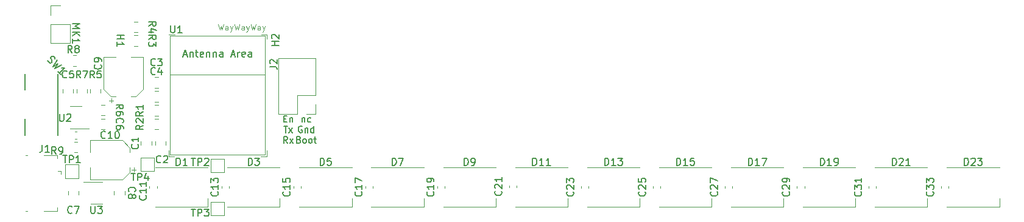
<source format=gbr>
%TF.GenerationSoftware,KiCad,Pcbnew,7.0.5-0*%
%TF.CreationDate,2024-02-12T14:58:35-07:00*%
%TF.ProjectId,rainbow-music-pegasus,7261696e-626f-4772-9d6d-757369632d70,rev?*%
%TF.SameCoordinates,Original*%
%TF.FileFunction,Legend,Top*%
%TF.FilePolarity,Positive*%
%FSLAX46Y46*%
G04 Gerber Fmt 4.6, Leading zero omitted, Abs format (unit mm)*
G04 Created by KiCad (PCBNEW 7.0.5-0) date 2024-02-12 14:58:35*
%MOMM*%
%LPD*%
G01*
G04 APERTURE LIST*
%ADD10C,0.100000*%
%ADD11C,0.150000*%
%ADD12C,0.120000*%
G04 APERTURE END LIST*
D10*
X110903136Y-77864895D02*
X111093612Y-78664895D01*
X111093612Y-78664895D02*
X111245993Y-78093466D01*
X111245993Y-78093466D02*
X111398374Y-78664895D01*
X111398374Y-78664895D02*
X111588851Y-77864895D01*
X112236470Y-78664895D02*
X112236470Y-78245847D01*
X112236470Y-78245847D02*
X112198375Y-78169657D01*
X112198375Y-78169657D02*
X112122184Y-78131561D01*
X112122184Y-78131561D02*
X111969803Y-78131561D01*
X111969803Y-78131561D02*
X111893613Y-78169657D01*
X112236470Y-78626800D02*
X112160279Y-78664895D01*
X112160279Y-78664895D02*
X111969803Y-78664895D01*
X111969803Y-78664895D02*
X111893613Y-78626800D01*
X111893613Y-78626800D02*
X111855517Y-78550609D01*
X111855517Y-78550609D02*
X111855517Y-78474419D01*
X111855517Y-78474419D02*
X111893613Y-78398228D01*
X111893613Y-78398228D02*
X111969803Y-78360133D01*
X111969803Y-78360133D02*
X112160279Y-78360133D01*
X112160279Y-78360133D02*
X112236470Y-78322038D01*
X112541232Y-78131561D02*
X112731708Y-78664895D01*
X112922185Y-78131561D02*
X112731708Y-78664895D01*
X112731708Y-78664895D02*
X112655518Y-78855371D01*
X112655518Y-78855371D02*
X112617423Y-78893466D01*
X112617423Y-78893466D02*
X112541232Y-78931561D01*
X113150756Y-77864895D02*
X113341232Y-78664895D01*
X113341232Y-78664895D02*
X113493613Y-78093466D01*
X113493613Y-78093466D02*
X113645994Y-78664895D01*
X113645994Y-78664895D02*
X113836471Y-77864895D01*
X114484090Y-78664895D02*
X114484090Y-78245847D01*
X114484090Y-78245847D02*
X114445995Y-78169657D01*
X114445995Y-78169657D02*
X114369804Y-78131561D01*
X114369804Y-78131561D02*
X114217423Y-78131561D01*
X114217423Y-78131561D02*
X114141233Y-78169657D01*
X114484090Y-78626800D02*
X114407899Y-78664895D01*
X114407899Y-78664895D02*
X114217423Y-78664895D01*
X114217423Y-78664895D02*
X114141233Y-78626800D01*
X114141233Y-78626800D02*
X114103137Y-78550609D01*
X114103137Y-78550609D02*
X114103137Y-78474419D01*
X114103137Y-78474419D02*
X114141233Y-78398228D01*
X114141233Y-78398228D02*
X114217423Y-78360133D01*
X114217423Y-78360133D02*
X114407899Y-78360133D01*
X114407899Y-78360133D02*
X114484090Y-78322038D01*
X114788852Y-78131561D02*
X114979328Y-78664895D01*
X115169805Y-78131561D02*
X114979328Y-78664895D01*
X114979328Y-78664895D02*
X114903138Y-78855371D01*
X114903138Y-78855371D02*
X114865043Y-78893466D01*
X114865043Y-78893466D02*
X114788852Y-78931561D01*
X115398376Y-77864895D02*
X115588852Y-78664895D01*
X115588852Y-78664895D02*
X115741233Y-78093466D01*
X115741233Y-78093466D02*
X115893614Y-78664895D01*
X115893614Y-78664895D02*
X116084091Y-77864895D01*
X116731710Y-78664895D02*
X116731710Y-78245847D01*
X116731710Y-78245847D02*
X116693615Y-78169657D01*
X116693615Y-78169657D02*
X116617424Y-78131561D01*
X116617424Y-78131561D02*
X116465043Y-78131561D01*
X116465043Y-78131561D02*
X116388853Y-78169657D01*
X116731710Y-78626800D02*
X116655519Y-78664895D01*
X116655519Y-78664895D02*
X116465043Y-78664895D01*
X116465043Y-78664895D02*
X116388853Y-78626800D01*
X116388853Y-78626800D02*
X116350757Y-78550609D01*
X116350757Y-78550609D02*
X116350757Y-78474419D01*
X116350757Y-78474419D02*
X116388853Y-78398228D01*
X116388853Y-78398228D02*
X116465043Y-78360133D01*
X116465043Y-78360133D02*
X116655519Y-78360133D01*
X116655519Y-78360133D02*
X116731710Y-78322038D01*
X117036472Y-78131561D02*
X117226948Y-78664895D01*
X117417425Y-78131561D02*
X117226948Y-78664895D01*
X117226948Y-78664895D02*
X117150758Y-78855371D01*
X117150758Y-78855371D02*
X117112663Y-78893466D01*
X117112663Y-78893466D02*
X117036472Y-78931561D01*
D11*
X119997499Y-91062628D02*
X120297499Y-91062628D01*
X120426071Y-91534057D02*
X119997499Y-91534057D01*
X119997499Y-91534057D02*
X119997499Y-90634057D01*
X119997499Y-90634057D02*
X120426071Y-90634057D01*
X120811785Y-90934057D02*
X120811785Y-91534057D01*
X120811785Y-91019771D02*
X120854642Y-90976914D01*
X120854642Y-90976914D02*
X120940357Y-90934057D01*
X120940357Y-90934057D02*
X121068928Y-90934057D01*
X121068928Y-90934057D02*
X121154642Y-90976914D01*
X121154642Y-90976914D02*
X121197500Y-91062628D01*
X121197500Y-91062628D02*
X121197500Y-91534057D01*
X119976072Y-92083057D02*
X120490358Y-92083057D01*
X120233215Y-92983057D02*
X120233215Y-92083057D01*
X120704643Y-92983057D02*
X121176072Y-92383057D01*
X120704643Y-92383057D02*
X121176072Y-92983057D01*
X120511786Y-94432057D02*
X120211786Y-94003485D01*
X119997500Y-94432057D02*
X119997500Y-93532057D01*
X119997500Y-93532057D02*
X120340357Y-93532057D01*
X120340357Y-93532057D02*
X120426072Y-93574914D01*
X120426072Y-93574914D02*
X120468929Y-93617771D01*
X120468929Y-93617771D02*
X120511786Y-93703485D01*
X120511786Y-93703485D02*
X120511786Y-93832057D01*
X120511786Y-93832057D02*
X120468929Y-93917771D01*
X120468929Y-93917771D02*
X120426072Y-93960628D01*
X120426072Y-93960628D02*
X120340357Y-94003485D01*
X120340357Y-94003485D02*
X119997500Y-94003485D01*
X120811786Y-94432057D02*
X121283215Y-93832057D01*
X120811786Y-93832057D02*
X121283215Y-94432057D01*
X122518928Y-90934057D02*
X122518928Y-91534057D01*
X122518928Y-91019771D02*
X122561785Y-90976914D01*
X122561785Y-90976914D02*
X122647500Y-90934057D01*
X122647500Y-90934057D02*
X122776071Y-90934057D01*
X122776071Y-90934057D02*
X122861785Y-90976914D01*
X122861785Y-90976914D02*
X122904643Y-91062628D01*
X122904643Y-91062628D02*
X122904643Y-91534057D01*
X123718929Y-91491200D02*
X123633214Y-91534057D01*
X123633214Y-91534057D02*
X123461786Y-91534057D01*
X123461786Y-91534057D02*
X123376071Y-91491200D01*
X123376071Y-91491200D02*
X123333214Y-91448342D01*
X123333214Y-91448342D02*
X123290357Y-91362628D01*
X123290357Y-91362628D02*
X123290357Y-91105485D01*
X123290357Y-91105485D02*
X123333214Y-91019771D01*
X123333214Y-91019771D02*
X123376071Y-90976914D01*
X123376071Y-90976914D02*
X123461786Y-90934057D01*
X123461786Y-90934057D02*
X123633214Y-90934057D01*
X123633214Y-90934057D02*
X123718929Y-90976914D01*
X122518928Y-92125914D02*
X122433214Y-92083057D01*
X122433214Y-92083057D02*
X122304642Y-92083057D01*
X122304642Y-92083057D02*
X122176071Y-92125914D01*
X122176071Y-92125914D02*
X122090356Y-92211628D01*
X122090356Y-92211628D02*
X122047499Y-92297342D01*
X122047499Y-92297342D02*
X122004642Y-92468771D01*
X122004642Y-92468771D02*
X122004642Y-92597342D01*
X122004642Y-92597342D02*
X122047499Y-92768771D01*
X122047499Y-92768771D02*
X122090356Y-92854485D01*
X122090356Y-92854485D02*
X122176071Y-92940200D01*
X122176071Y-92940200D02*
X122304642Y-92983057D01*
X122304642Y-92983057D02*
X122390356Y-92983057D01*
X122390356Y-92983057D02*
X122518928Y-92940200D01*
X122518928Y-92940200D02*
X122561785Y-92897342D01*
X122561785Y-92897342D02*
X122561785Y-92597342D01*
X122561785Y-92597342D02*
X122390356Y-92597342D01*
X122947499Y-92383057D02*
X122947499Y-92983057D01*
X122947499Y-92468771D02*
X122990356Y-92425914D01*
X122990356Y-92425914D02*
X123076071Y-92383057D01*
X123076071Y-92383057D02*
X123204642Y-92383057D01*
X123204642Y-92383057D02*
X123290356Y-92425914D01*
X123290356Y-92425914D02*
X123333214Y-92511628D01*
X123333214Y-92511628D02*
X123333214Y-92983057D01*
X124147500Y-92983057D02*
X124147500Y-92083057D01*
X124147500Y-92940200D02*
X124061785Y-92983057D01*
X124061785Y-92983057D02*
X123890357Y-92983057D01*
X123890357Y-92983057D02*
X123804642Y-92940200D01*
X123804642Y-92940200D02*
X123761785Y-92897342D01*
X123761785Y-92897342D02*
X123718928Y-92811628D01*
X123718928Y-92811628D02*
X123718928Y-92554485D01*
X123718928Y-92554485D02*
X123761785Y-92468771D01*
X123761785Y-92468771D02*
X123804642Y-92425914D01*
X123804642Y-92425914D02*
X123890357Y-92383057D01*
X123890357Y-92383057D02*
X124061785Y-92383057D01*
X124061785Y-92383057D02*
X124147500Y-92425914D01*
X122090356Y-93960628D02*
X122218928Y-94003485D01*
X122218928Y-94003485D02*
X122261785Y-94046342D01*
X122261785Y-94046342D02*
X122304642Y-94132057D01*
X122304642Y-94132057D02*
X122304642Y-94260628D01*
X122304642Y-94260628D02*
X122261785Y-94346342D01*
X122261785Y-94346342D02*
X122218928Y-94389200D01*
X122218928Y-94389200D02*
X122133213Y-94432057D01*
X122133213Y-94432057D02*
X121790356Y-94432057D01*
X121790356Y-94432057D02*
X121790356Y-93532057D01*
X121790356Y-93532057D02*
X122090356Y-93532057D01*
X122090356Y-93532057D02*
X122176071Y-93574914D01*
X122176071Y-93574914D02*
X122218928Y-93617771D01*
X122218928Y-93617771D02*
X122261785Y-93703485D01*
X122261785Y-93703485D02*
X122261785Y-93789200D01*
X122261785Y-93789200D02*
X122218928Y-93874914D01*
X122218928Y-93874914D02*
X122176071Y-93917771D01*
X122176071Y-93917771D02*
X122090356Y-93960628D01*
X122090356Y-93960628D02*
X121790356Y-93960628D01*
X122818928Y-94432057D02*
X122733213Y-94389200D01*
X122733213Y-94389200D02*
X122690356Y-94346342D01*
X122690356Y-94346342D02*
X122647499Y-94260628D01*
X122647499Y-94260628D02*
X122647499Y-94003485D01*
X122647499Y-94003485D02*
X122690356Y-93917771D01*
X122690356Y-93917771D02*
X122733213Y-93874914D01*
X122733213Y-93874914D02*
X122818928Y-93832057D01*
X122818928Y-93832057D02*
X122947499Y-93832057D01*
X122947499Y-93832057D02*
X123033213Y-93874914D01*
X123033213Y-93874914D02*
X123076071Y-93917771D01*
X123076071Y-93917771D02*
X123118928Y-94003485D01*
X123118928Y-94003485D02*
X123118928Y-94260628D01*
X123118928Y-94260628D02*
X123076071Y-94346342D01*
X123076071Y-94346342D02*
X123033213Y-94389200D01*
X123033213Y-94389200D02*
X122947499Y-94432057D01*
X122947499Y-94432057D02*
X122818928Y-94432057D01*
X123633214Y-94432057D02*
X123547499Y-94389200D01*
X123547499Y-94389200D02*
X123504642Y-94346342D01*
X123504642Y-94346342D02*
X123461785Y-94260628D01*
X123461785Y-94260628D02*
X123461785Y-94003485D01*
X123461785Y-94003485D02*
X123504642Y-93917771D01*
X123504642Y-93917771D02*
X123547499Y-93874914D01*
X123547499Y-93874914D02*
X123633214Y-93832057D01*
X123633214Y-93832057D02*
X123761785Y-93832057D01*
X123761785Y-93832057D02*
X123847499Y-93874914D01*
X123847499Y-93874914D02*
X123890357Y-93917771D01*
X123890357Y-93917771D02*
X123933214Y-94003485D01*
X123933214Y-94003485D02*
X123933214Y-94260628D01*
X123933214Y-94260628D02*
X123890357Y-94346342D01*
X123890357Y-94346342D02*
X123847499Y-94389200D01*
X123847499Y-94389200D02*
X123761785Y-94432057D01*
X123761785Y-94432057D02*
X123633214Y-94432057D01*
X124190357Y-93832057D02*
X124533214Y-93832057D01*
X124318928Y-93532057D02*
X124318928Y-94303485D01*
X124318928Y-94303485D02*
X124361785Y-94389200D01*
X124361785Y-94389200D02*
X124447500Y-94432057D01*
X124447500Y-94432057D02*
X124533214Y-94432057D01*
%TO.C,C19*%
X140777080Y-101242857D02*
X140824700Y-101290476D01*
X140824700Y-101290476D02*
X140872319Y-101433333D01*
X140872319Y-101433333D02*
X140872319Y-101528571D01*
X140872319Y-101528571D02*
X140824700Y-101671428D01*
X140824700Y-101671428D02*
X140729461Y-101766666D01*
X140729461Y-101766666D02*
X140634223Y-101814285D01*
X140634223Y-101814285D02*
X140443747Y-101861904D01*
X140443747Y-101861904D02*
X140300890Y-101861904D01*
X140300890Y-101861904D02*
X140110414Y-101814285D01*
X140110414Y-101814285D02*
X140015176Y-101766666D01*
X140015176Y-101766666D02*
X139919938Y-101671428D01*
X139919938Y-101671428D02*
X139872319Y-101528571D01*
X139872319Y-101528571D02*
X139872319Y-101433333D01*
X139872319Y-101433333D02*
X139919938Y-101290476D01*
X139919938Y-101290476D02*
X139967557Y-101242857D01*
X140872319Y-100290476D02*
X140872319Y-100861904D01*
X140872319Y-100576190D02*
X139872319Y-100576190D01*
X139872319Y-100576190D02*
X140015176Y-100671428D01*
X140015176Y-100671428D02*
X140110414Y-100766666D01*
X140110414Y-100766666D02*
X140158033Y-100861904D01*
X140872319Y-99814285D02*
X140872319Y-99623809D01*
X140872319Y-99623809D02*
X140824700Y-99528571D01*
X140824700Y-99528571D02*
X140777080Y-99480952D01*
X140777080Y-99480952D02*
X140634223Y-99385714D01*
X140634223Y-99385714D02*
X140443747Y-99338095D01*
X140443747Y-99338095D02*
X140062795Y-99338095D01*
X140062795Y-99338095D02*
X139967557Y-99385714D01*
X139967557Y-99385714D02*
X139919938Y-99433333D01*
X139919938Y-99433333D02*
X139872319Y-99528571D01*
X139872319Y-99528571D02*
X139872319Y-99719047D01*
X139872319Y-99719047D02*
X139919938Y-99814285D01*
X139919938Y-99814285D02*
X139967557Y-99861904D01*
X139967557Y-99861904D02*
X140062795Y-99909523D01*
X140062795Y-99909523D02*
X140300890Y-99909523D01*
X140300890Y-99909523D02*
X140396128Y-99861904D01*
X140396128Y-99861904D02*
X140443747Y-99814285D01*
X140443747Y-99814285D02*
X140491366Y-99719047D01*
X140491366Y-99719047D02*
X140491366Y-99528571D01*
X140491366Y-99528571D02*
X140443747Y-99433333D01*
X140443747Y-99433333D02*
X140396128Y-99385714D01*
X140396128Y-99385714D02*
X140300890Y-99338095D01*
%TO.C,D5*%
X125061905Y-97554819D02*
X125061905Y-96554819D01*
X125061905Y-96554819D02*
X125300000Y-96554819D01*
X125300000Y-96554819D02*
X125442857Y-96602438D01*
X125442857Y-96602438D02*
X125538095Y-96697676D01*
X125538095Y-96697676D02*
X125585714Y-96792914D01*
X125585714Y-96792914D02*
X125633333Y-96983390D01*
X125633333Y-96983390D02*
X125633333Y-97126247D01*
X125633333Y-97126247D02*
X125585714Y-97316723D01*
X125585714Y-97316723D02*
X125538095Y-97411961D01*
X125538095Y-97411961D02*
X125442857Y-97507200D01*
X125442857Y-97507200D02*
X125300000Y-97554819D01*
X125300000Y-97554819D02*
X125061905Y-97554819D01*
X126538095Y-96554819D02*
X126061905Y-96554819D01*
X126061905Y-96554819D02*
X126014286Y-97031009D01*
X126014286Y-97031009D02*
X126061905Y-96983390D01*
X126061905Y-96983390D02*
X126157143Y-96935771D01*
X126157143Y-96935771D02*
X126395238Y-96935771D01*
X126395238Y-96935771D02*
X126490476Y-96983390D01*
X126490476Y-96983390D02*
X126538095Y-97031009D01*
X126538095Y-97031009D02*
X126585714Y-97126247D01*
X126585714Y-97126247D02*
X126585714Y-97364342D01*
X126585714Y-97364342D02*
X126538095Y-97459580D01*
X126538095Y-97459580D02*
X126490476Y-97507200D01*
X126490476Y-97507200D02*
X126395238Y-97554819D01*
X126395238Y-97554819D02*
X126157143Y-97554819D01*
X126157143Y-97554819D02*
X126061905Y-97507200D01*
X126061905Y-97507200D02*
X126014286Y-97459580D01*
%TO.C,D1*%
X105061905Y-97554819D02*
X105061905Y-96554819D01*
X105061905Y-96554819D02*
X105300000Y-96554819D01*
X105300000Y-96554819D02*
X105442857Y-96602438D01*
X105442857Y-96602438D02*
X105538095Y-96697676D01*
X105538095Y-96697676D02*
X105585714Y-96792914D01*
X105585714Y-96792914D02*
X105633333Y-96983390D01*
X105633333Y-96983390D02*
X105633333Y-97126247D01*
X105633333Y-97126247D02*
X105585714Y-97316723D01*
X105585714Y-97316723D02*
X105538095Y-97411961D01*
X105538095Y-97411961D02*
X105442857Y-97507200D01*
X105442857Y-97507200D02*
X105300000Y-97554819D01*
X105300000Y-97554819D02*
X105061905Y-97554819D01*
X106585714Y-97554819D02*
X106014286Y-97554819D01*
X106300000Y-97554819D02*
X106300000Y-96554819D01*
X106300000Y-96554819D02*
X106204762Y-96697676D01*
X106204762Y-96697676D02*
X106109524Y-96792914D01*
X106109524Y-96792914D02*
X106014286Y-96840533D01*
%TO.C,C8*%
X98487919Y-101233333D02*
X98440300Y-101185714D01*
X98440300Y-101185714D02*
X98392680Y-101042857D01*
X98392680Y-101042857D02*
X98392680Y-100947619D01*
X98392680Y-100947619D02*
X98440300Y-100804762D01*
X98440300Y-100804762D02*
X98535538Y-100709524D01*
X98535538Y-100709524D02*
X98630776Y-100661905D01*
X98630776Y-100661905D02*
X98821252Y-100614286D01*
X98821252Y-100614286D02*
X98964109Y-100614286D01*
X98964109Y-100614286D02*
X99154585Y-100661905D01*
X99154585Y-100661905D02*
X99249823Y-100709524D01*
X99249823Y-100709524D02*
X99345061Y-100804762D01*
X99345061Y-100804762D02*
X99392680Y-100947619D01*
X99392680Y-100947619D02*
X99392680Y-101042857D01*
X99392680Y-101042857D02*
X99345061Y-101185714D01*
X99345061Y-101185714D02*
X99297442Y-101233333D01*
X98964109Y-101804762D02*
X99011728Y-101709524D01*
X99011728Y-101709524D02*
X99059347Y-101661905D01*
X99059347Y-101661905D02*
X99154585Y-101614286D01*
X99154585Y-101614286D02*
X99202204Y-101614286D01*
X99202204Y-101614286D02*
X99297442Y-101661905D01*
X99297442Y-101661905D02*
X99345061Y-101709524D01*
X99345061Y-101709524D02*
X99392680Y-101804762D01*
X99392680Y-101804762D02*
X99392680Y-101995238D01*
X99392680Y-101995238D02*
X99345061Y-102090476D01*
X99345061Y-102090476D02*
X99297442Y-102138095D01*
X99297442Y-102138095D02*
X99202204Y-102185714D01*
X99202204Y-102185714D02*
X99154585Y-102185714D01*
X99154585Y-102185714D02*
X99059347Y-102138095D01*
X99059347Y-102138095D02*
X99011728Y-102090476D01*
X99011728Y-102090476D02*
X98964109Y-101995238D01*
X98964109Y-101995238D02*
X98964109Y-101804762D01*
X98964109Y-101804762D02*
X98916490Y-101709524D01*
X98916490Y-101709524D02*
X98868871Y-101661905D01*
X98868871Y-101661905D02*
X98773633Y-101614286D01*
X98773633Y-101614286D02*
X98583157Y-101614286D01*
X98583157Y-101614286D02*
X98487919Y-101661905D01*
X98487919Y-101661905D02*
X98440300Y-101709524D01*
X98440300Y-101709524D02*
X98392680Y-101804762D01*
X98392680Y-101804762D02*
X98392680Y-101995238D01*
X98392680Y-101995238D02*
X98440300Y-102090476D01*
X98440300Y-102090476D02*
X98487919Y-102138095D01*
X98487919Y-102138095D02*
X98583157Y-102185714D01*
X98583157Y-102185714D02*
X98773633Y-102185714D01*
X98773633Y-102185714D02*
X98868871Y-102138095D01*
X98868871Y-102138095D02*
X98916490Y-102090476D01*
X98916490Y-102090476D02*
X98964109Y-101995238D01*
%TO.C,D13*%
X164585714Y-97554819D02*
X164585714Y-96554819D01*
X164585714Y-96554819D02*
X164823809Y-96554819D01*
X164823809Y-96554819D02*
X164966666Y-96602438D01*
X164966666Y-96602438D02*
X165061904Y-96697676D01*
X165061904Y-96697676D02*
X165109523Y-96792914D01*
X165109523Y-96792914D02*
X165157142Y-96983390D01*
X165157142Y-96983390D02*
X165157142Y-97126247D01*
X165157142Y-97126247D02*
X165109523Y-97316723D01*
X165109523Y-97316723D02*
X165061904Y-97411961D01*
X165061904Y-97411961D02*
X164966666Y-97507200D01*
X164966666Y-97507200D02*
X164823809Y-97554819D01*
X164823809Y-97554819D02*
X164585714Y-97554819D01*
X166109523Y-97554819D02*
X165538095Y-97554819D01*
X165823809Y-97554819D02*
X165823809Y-96554819D01*
X165823809Y-96554819D02*
X165728571Y-96697676D01*
X165728571Y-96697676D02*
X165633333Y-96792914D01*
X165633333Y-96792914D02*
X165538095Y-96840533D01*
X166442857Y-96554819D02*
X167061904Y-96554819D01*
X167061904Y-96554819D02*
X166728571Y-96935771D01*
X166728571Y-96935771D02*
X166871428Y-96935771D01*
X166871428Y-96935771D02*
X166966666Y-96983390D01*
X166966666Y-96983390D02*
X167014285Y-97031009D01*
X167014285Y-97031009D02*
X167061904Y-97126247D01*
X167061904Y-97126247D02*
X167061904Y-97364342D01*
X167061904Y-97364342D02*
X167014285Y-97459580D01*
X167014285Y-97459580D02*
X166966666Y-97507200D01*
X166966666Y-97507200D02*
X166871428Y-97554819D01*
X166871428Y-97554819D02*
X166585714Y-97554819D01*
X166585714Y-97554819D02*
X166490476Y-97507200D01*
X166490476Y-97507200D02*
X166442857Y-97459580D01*
%TO.C,C3*%
X102130833Y-83559580D02*
X102083214Y-83607200D01*
X102083214Y-83607200D02*
X101940357Y-83654819D01*
X101940357Y-83654819D02*
X101845119Y-83654819D01*
X101845119Y-83654819D02*
X101702262Y-83607200D01*
X101702262Y-83607200D02*
X101607024Y-83511961D01*
X101607024Y-83511961D02*
X101559405Y-83416723D01*
X101559405Y-83416723D02*
X101511786Y-83226247D01*
X101511786Y-83226247D02*
X101511786Y-83083390D01*
X101511786Y-83083390D02*
X101559405Y-82892914D01*
X101559405Y-82892914D02*
X101607024Y-82797676D01*
X101607024Y-82797676D02*
X101702262Y-82702438D01*
X101702262Y-82702438D02*
X101845119Y-82654819D01*
X101845119Y-82654819D02*
X101940357Y-82654819D01*
X101940357Y-82654819D02*
X102083214Y-82702438D01*
X102083214Y-82702438D02*
X102130833Y-82750057D01*
X102464167Y-82654819D02*
X103083214Y-82654819D01*
X103083214Y-82654819D02*
X102749881Y-83035771D01*
X102749881Y-83035771D02*
X102892738Y-83035771D01*
X102892738Y-83035771D02*
X102987976Y-83083390D01*
X102987976Y-83083390D02*
X103035595Y-83131009D01*
X103035595Y-83131009D02*
X103083214Y-83226247D01*
X103083214Y-83226247D02*
X103083214Y-83464342D01*
X103083214Y-83464342D02*
X103035595Y-83559580D01*
X103035595Y-83559580D02*
X102987976Y-83607200D01*
X102987976Y-83607200D02*
X102892738Y-83654819D01*
X102892738Y-83654819D02*
X102607024Y-83654819D01*
X102607024Y-83654819D02*
X102511786Y-83607200D01*
X102511786Y-83607200D02*
X102464167Y-83559580D01*
%TO.C,SW1*%
X87161757Y-82933125D02*
X87229100Y-83067812D01*
X87229100Y-83067812D02*
X87397459Y-83236170D01*
X87397459Y-83236170D02*
X87498474Y-83269842D01*
X87498474Y-83269842D02*
X87565818Y-83269842D01*
X87565818Y-83269842D02*
X87666833Y-83236170D01*
X87666833Y-83236170D02*
X87734177Y-83168827D01*
X87734177Y-83168827D02*
X87767848Y-83067812D01*
X87767848Y-83067812D02*
X87767848Y-83000468D01*
X87767848Y-83000468D02*
X87734177Y-82899453D01*
X87734177Y-82899453D02*
X87633161Y-82731094D01*
X87633161Y-82731094D02*
X87599490Y-82630079D01*
X87599490Y-82630079D02*
X87599490Y-82562735D01*
X87599490Y-82562735D02*
X87633161Y-82461720D01*
X87633161Y-82461720D02*
X87700505Y-82394377D01*
X87700505Y-82394377D02*
X87801520Y-82360705D01*
X87801520Y-82360705D02*
X87868864Y-82360705D01*
X87868864Y-82360705D02*
X87969879Y-82394377D01*
X87969879Y-82394377D02*
X88138238Y-82562735D01*
X88138238Y-82562735D02*
X88205581Y-82697422D01*
X88474955Y-82899453D02*
X87936207Y-83774919D01*
X87936207Y-83774919D02*
X88575971Y-83404529D01*
X88575971Y-83404529D02*
X88205581Y-84044293D01*
X88205581Y-84044293D02*
X89081047Y-83505545D01*
X89013703Y-84852414D02*
X88609642Y-84448353D01*
X88811673Y-84650384D02*
X89518779Y-83943277D01*
X89518779Y-83943277D02*
X89350421Y-83976949D01*
X89350421Y-83976949D02*
X89215734Y-83976949D01*
X89215734Y-83976949D02*
X89114718Y-83943277D01*
%TO.C,D7*%
X135061905Y-97554819D02*
X135061905Y-96554819D01*
X135061905Y-96554819D02*
X135300000Y-96554819D01*
X135300000Y-96554819D02*
X135442857Y-96602438D01*
X135442857Y-96602438D02*
X135538095Y-96697676D01*
X135538095Y-96697676D02*
X135585714Y-96792914D01*
X135585714Y-96792914D02*
X135633333Y-96983390D01*
X135633333Y-96983390D02*
X135633333Y-97126247D01*
X135633333Y-97126247D02*
X135585714Y-97316723D01*
X135585714Y-97316723D02*
X135538095Y-97411961D01*
X135538095Y-97411961D02*
X135442857Y-97507200D01*
X135442857Y-97507200D02*
X135300000Y-97554819D01*
X135300000Y-97554819D02*
X135061905Y-97554819D01*
X135966667Y-96554819D02*
X136633333Y-96554819D01*
X136633333Y-96554819D02*
X136204762Y-97554819D01*
%TO.C,D11*%
X154585714Y-97554819D02*
X154585714Y-96554819D01*
X154585714Y-96554819D02*
X154823809Y-96554819D01*
X154823809Y-96554819D02*
X154966666Y-96602438D01*
X154966666Y-96602438D02*
X155061904Y-96697676D01*
X155061904Y-96697676D02*
X155109523Y-96792914D01*
X155109523Y-96792914D02*
X155157142Y-96983390D01*
X155157142Y-96983390D02*
X155157142Y-97126247D01*
X155157142Y-97126247D02*
X155109523Y-97316723D01*
X155109523Y-97316723D02*
X155061904Y-97411961D01*
X155061904Y-97411961D02*
X154966666Y-97507200D01*
X154966666Y-97507200D02*
X154823809Y-97554819D01*
X154823809Y-97554819D02*
X154585714Y-97554819D01*
X156109523Y-97554819D02*
X155538095Y-97554819D01*
X155823809Y-97554819D02*
X155823809Y-96554819D01*
X155823809Y-96554819D02*
X155728571Y-96697676D01*
X155728571Y-96697676D02*
X155633333Y-96792914D01*
X155633333Y-96792914D02*
X155538095Y-96840533D01*
X157061904Y-97554819D02*
X156490476Y-97554819D01*
X156776190Y-97554819D02*
X156776190Y-96554819D01*
X156776190Y-96554819D02*
X156680952Y-96697676D01*
X156680952Y-96697676D02*
X156585714Y-96792914D01*
X156585714Y-96792914D02*
X156490476Y-96840533D01*
%TO.C,R3*%
X101242680Y-79983333D02*
X101718871Y-79650000D01*
X101242680Y-79411905D02*
X102242680Y-79411905D01*
X102242680Y-79411905D02*
X102242680Y-79792857D01*
X102242680Y-79792857D02*
X102195061Y-79888095D01*
X102195061Y-79888095D02*
X102147442Y-79935714D01*
X102147442Y-79935714D02*
X102052204Y-79983333D01*
X102052204Y-79983333D02*
X101909347Y-79983333D01*
X101909347Y-79983333D02*
X101814109Y-79935714D01*
X101814109Y-79935714D02*
X101766490Y-79888095D01*
X101766490Y-79888095D02*
X101718871Y-79792857D01*
X101718871Y-79792857D02*
X101718871Y-79411905D01*
X102242680Y-80316667D02*
X102242680Y-80935714D01*
X102242680Y-80935714D02*
X101861728Y-80602381D01*
X101861728Y-80602381D02*
X101861728Y-80745238D01*
X101861728Y-80745238D02*
X101814109Y-80840476D01*
X101814109Y-80840476D02*
X101766490Y-80888095D01*
X101766490Y-80888095D02*
X101671252Y-80935714D01*
X101671252Y-80935714D02*
X101433157Y-80935714D01*
X101433157Y-80935714D02*
X101337919Y-80888095D01*
X101337919Y-80888095D02*
X101290300Y-80840476D01*
X101290300Y-80840476D02*
X101242680Y-80745238D01*
X101242680Y-80745238D02*
X101242680Y-80459524D01*
X101242680Y-80459524D02*
X101290300Y-80364286D01*
X101290300Y-80364286D02*
X101337919Y-80316667D01*
%TO.C,R1*%
X100452319Y-90066666D02*
X99976128Y-90399999D01*
X100452319Y-90638094D02*
X99452319Y-90638094D01*
X99452319Y-90638094D02*
X99452319Y-90257142D01*
X99452319Y-90257142D02*
X99499938Y-90161904D01*
X99499938Y-90161904D02*
X99547557Y-90114285D01*
X99547557Y-90114285D02*
X99642795Y-90066666D01*
X99642795Y-90066666D02*
X99785652Y-90066666D01*
X99785652Y-90066666D02*
X99880890Y-90114285D01*
X99880890Y-90114285D02*
X99928509Y-90161904D01*
X99928509Y-90161904D02*
X99976128Y-90257142D01*
X99976128Y-90257142D02*
X99976128Y-90638094D01*
X100452319Y-89114285D02*
X100452319Y-89685713D01*
X100452319Y-89399999D02*
X99452319Y-89399999D01*
X99452319Y-89399999D02*
X99595176Y-89495237D01*
X99595176Y-89495237D02*
X99690414Y-89590475D01*
X99690414Y-89590475D02*
X99738033Y-89685713D01*
%TO.C,C21*%
X150207080Y-101142857D02*
X150254700Y-101190476D01*
X150254700Y-101190476D02*
X150302319Y-101333333D01*
X150302319Y-101333333D02*
X150302319Y-101428571D01*
X150302319Y-101428571D02*
X150254700Y-101571428D01*
X150254700Y-101571428D02*
X150159461Y-101666666D01*
X150159461Y-101666666D02*
X150064223Y-101714285D01*
X150064223Y-101714285D02*
X149873747Y-101761904D01*
X149873747Y-101761904D02*
X149730890Y-101761904D01*
X149730890Y-101761904D02*
X149540414Y-101714285D01*
X149540414Y-101714285D02*
X149445176Y-101666666D01*
X149445176Y-101666666D02*
X149349938Y-101571428D01*
X149349938Y-101571428D02*
X149302319Y-101428571D01*
X149302319Y-101428571D02*
X149302319Y-101333333D01*
X149302319Y-101333333D02*
X149349938Y-101190476D01*
X149349938Y-101190476D02*
X149397557Y-101142857D01*
X149397557Y-100761904D02*
X149349938Y-100714285D01*
X149349938Y-100714285D02*
X149302319Y-100619047D01*
X149302319Y-100619047D02*
X149302319Y-100380952D01*
X149302319Y-100380952D02*
X149349938Y-100285714D01*
X149349938Y-100285714D02*
X149397557Y-100238095D01*
X149397557Y-100238095D02*
X149492795Y-100190476D01*
X149492795Y-100190476D02*
X149588033Y-100190476D01*
X149588033Y-100190476D02*
X149730890Y-100238095D01*
X149730890Y-100238095D02*
X150302319Y-100809523D01*
X150302319Y-100809523D02*
X150302319Y-100190476D01*
X150302319Y-99238095D02*
X150302319Y-99809523D01*
X150302319Y-99523809D02*
X149302319Y-99523809D01*
X149302319Y-99523809D02*
X149445176Y-99619047D01*
X149445176Y-99619047D02*
X149540414Y-99714285D01*
X149540414Y-99714285D02*
X149588033Y-99809523D01*
%TO.C,C1*%
X99707080Y-94616666D02*
X99754700Y-94664285D01*
X99754700Y-94664285D02*
X99802319Y-94807142D01*
X99802319Y-94807142D02*
X99802319Y-94902380D01*
X99802319Y-94902380D02*
X99754700Y-95045237D01*
X99754700Y-95045237D02*
X99659461Y-95140475D01*
X99659461Y-95140475D02*
X99564223Y-95188094D01*
X99564223Y-95188094D02*
X99373747Y-95235713D01*
X99373747Y-95235713D02*
X99230890Y-95235713D01*
X99230890Y-95235713D02*
X99040414Y-95188094D01*
X99040414Y-95188094D02*
X98945176Y-95140475D01*
X98945176Y-95140475D02*
X98849938Y-95045237D01*
X98849938Y-95045237D02*
X98802319Y-94902380D01*
X98802319Y-94902380D02*
X98802319Y-94807142D01*
X98802319Y-94807142D02*
X98849938Y-94664285D01*
X98849938Y-94664285D02*
X98897557Y-94616666D01*
X99802319Y-93664285D02*
X99802319Y-94235713D01*
X99802319Y-93949999D02*
X98802319Y-93949999D01*
X98802319Y-93949999D02*
X98945176Y-94045237D01*
X98945176Y-94045237D02*
X99040414Y-94140475D01*
X99040414Y-94140475D02*
X99088033Y-94235713D01*
%TO.C,C10*%
X95204642Y-93697080D02*
X95157023Y-93744700D01*
X95157023Y-93744700D02*
X95014166Y-93792319D01*
X95014166Y-93792319D02*
X94918928Y-93792319D01*
X94918928Y-93792319D02*
X94776071Y-93744700D01*
X94776071Y-93744700D02*
X94680833Y-93649461D01*
X94680833Y-93649461D02*
X94633214Y-93554223D01*
X94633214Y-93554223D02*
X94585595Y-93363747D01*
X94585595Y-93363747D02*
X94585595Y-93220890D01*
X94585595Y-93220890D02*
X94633214Y-93030414D01*
X94633214Y-93030414D02*
X94680833Y-92935176D01*
X94680833Y-92935176D02*
X94776071Y-92839938D01*
X94776071Y-92839938D02*
X94918928Y-92792319D01*
X94918928Y-92792319D02*
X95014166Y-92792319D01*
X95014166Y-92792319D02*
X95157023Y-92839938D01*
X95157023Y-92839938D02*
X95204642Y-92887557D01*
X96157023Y-93792319D02*
X95585595Y-93792319D01*
X95871309Y-93792319D02*
X95871309Y-92792319D01*
X95871309Y-92792319D02*
X95776071Y-92935176D01*
X95776071Y-92935176D02*
X95680833Y-93030414D01*
X95680833Y-93030414D02*
X95585595Y-93078033D01*
X96776071Y-92792319D02*
X96871309Y-92792319D01*
X96871309Y-92792319D02*
X96966547Y-92839938D01*
X96966547Y-92839938D02*
X97014166Y-92887557D01*
X97014166Y-92887557D02*
X97061785Y-92982795D01*
X97061785Y-92982795D02*
X97109404Y-93173271D01*
X97109404Y-93173271D02*
X97109404Y-93411366D01*
X97109404Y-93411366D02*
X97061785Y-93601842D01*
X97061785Y-93601842D02*
X97014166Y-93697080D01*
X97014166Y-93697080D02*
X96966547Y-93744700D01*
X96966547Y-93744700D02*
X96871309Y-93792319D01*
X96871309Y-93792319D02*
X96776071Y-93792319D01*
X96776071Y-93792319D02*
X96680833Y-93744700D01*
X96680833Y-93744700D02*
X96633214Y-93697080D01*
X96633214Y-93697080D02*
X96585595Y-93601842D01*
X96585595Y-93601842D02*
X96537976Y-93411366D01*
X96537976Y-93411366D02*
X96537976Y-93173271D01*
X96537976Y-93173271D02*
X96585595Y-92982795D01*
X96585595Y-92982795D02*
X96633214Y-92887557D01*
X96633214Y-92887557D02*
X96680833Y-92839938D01*
X96680833Y-92839938D02*
X96776071Y-92792319D01*
%TO.C,C17*%
X130777080Y-101242857D02*
X130824700Y-101290476D01*
X130824700Y-101290476D02*
X130872319Y-101433333D01*
X130872319Y-101433333D02*
X130872319Y-101528571D01*
X130872319Y-101528571D02*
X130824700Y-101671428D01*
X130824700Y-101671428D02*
X130729461Y-101766666D01*
X130729461Y-101766666D02*
X130634223Y-101814285D01*
X130634223Y-101814285D02*
X130443747Y-101861904D01*
X130443747Y-101861904D02*
X130300890Y-101861904D01*
X130300890Y-101861904D02*
X130110414Y-101814285D01*
X130110414Y-101814285D02*
X130015176Y-101766666D01*
X130015176Y-101766666D02*
X129919938Y-101671428D01*
X129919938Y-101671428D02*
X129872319Y-101528571D01*
X129872319Y-101528571D02*
X129872319Y-101433333D01*
X129872319Y-101433333D02*
X129919938Y-101290476D01*
X129919938Y-101290476D02*
X129967557Y-101242857D01*
X130872319Y-100290476D02*
X130872319Y-100861904D01*
X130872319Y-100576190D02*
X129872319Y-100576190D01*
X129872319Y-100576190D02*
X130015176Y-100671428D01*
X130015176Y-100671428D02*
X130110414Y-100766666D01*
X130110414Y-100766666D02*
X130158033Y-100861904D01*
X129872319Y-99957142D02*
X129872319Y-99290476D01*
X129872319Y-99290476D02*
X130872319Y-99719047D01*
%TO.C,C13*%
X110777080Y-101242857D02*
X110824700Y-101290476D01*
X110824700Y-101290476D02*
X110872319Y-101433333D01*
X110872319Y-101433333D02*
X110872319Y-101528571D01*
X110872319Y-101528571D02*
X110824700Y-101671428D01*
X110824700Y-101671428D02*
X110729461Y-101766666D01*
X110729461Y-101766666D02*
X110634223Y-101814285D01*
X110634223Y-101814285D02*
X110443747Y-101861904D01*
X110443747Y-101861904D02*
X110300890Y-101861904D01*
X110300890Y-101861904D02*
X110110414Y-101814285D01*
X110110414Y-101814285D02*
X110015176Y-101766666D01*
X110015176Y-101766666D02*
X109919938Y-101671428D01*
X109919938Y-101671428D02*
X109872319Y-101528571D01*
X109872319Y-101528571D02*
X109872319Y-101433333D01*
X109872319Y-101433333D02*
X109919938Y-101290476D01*
X109919938Y-101290476D02*
X109967557Y-101242857D01*
X110872319Y-100290476D02*
X110872319Y-100861904D01*
X110872319Y-100576190D02*
X109872319Y-100576190D01*
X109872319Y-100576190D02*
X110015176Y-100671428D01*
X110015176Y-100671428D02*
X110110414Y-100766666D01*
X110110414Y-100766666D02*
X110158033Y-100861904D01*
X109872319Y-99957142D02*
X109872319Y-99338095D01*
X109872319Y-99338095D02*
X110253271Y-99671428D01*
X110253271Y-99671428D02*
X110253271Y-99528571D01*
X110253271Y-99528571D02*
X110300890Y-99433333D01*
X110300890Y-99433333D02*
X110348509Y-99385714D01*
X110348509Y-99385714D02*
X110443747Y-99338095D01*
X110443747Y-99338095D02*
X110681842Y-99338095D01*
X110681842Y-99338095D02*
X110777080Y-99385714D01*
X110777080Y-99385714D02*
X110824700Y-99433333D01*
X110824700Y-99433333D02*
X110872319Y-99528571D01*
X110872319Y-99528571D02*
X110872319Y-99814285D01*
X110872319Y-99814285D02*
X110824700Y-99909523D01*
X110824700Y-99909523D02*
X110777080Y-99957142D01*
%TO.C,J2*%
X118052319Y-83783333D02*
X118766604Y-83783333D01*
X118766604Y-83783333D02*
X118909461Y-83830952D01*
X118909461Y-83830952D02*
X119004700Y-83926190D01*
X119004700Y-83926190D02*
X119052319Y-84069047D01*
X119052319Y-84069047D02*
X119052319Y-84164285D01*
X118147557Y-83354761D02*
X118099938Y-83307142D01*
X118099938Y-83307142D02*
X118052319Y-83211904D01*
X118052319Y-83211904D02*
X118052319Y-82973809D01*
X118052319Y-82973809D02*
X118099938Y-82878571D01*
X118099938Y-82878571D02*
X118147557Y-82830952D01*
X118147557Y-82830952D02*
X118242795Y-82783333D01*
X118242795Y-82783333D02*
X118338033Y-82783333D01*
X118338033Y-82783333D02*
X118480890Y-82830952D01*
X118480890Y-82830952D02*
X119052319Y-83402380D01*
X119052319Y-83402380D02*
X119052319Y-82783333D01*
%TO.C,TP1*%
X89285595Y-96192319D02*
X89857023Y-96192319D01*
X89571309Y-97192319D02*
X89571309Y-96192319D01*
X90190357Y-97192319D02*
X90190357Y-96192319D01*
X90190357Y-96192319D02*
X90571309Y-96192319D01*
X90571309Y-96192319D02*
X90666547Y-96239938D01*
X90666547Y-96239938D02*
X90714166Y-96287557D01*
X90714166Y-96287557D02*
X90761785Y-96382795D01*
X90761785Y-96382795D02*
X90761785Y-96525652D01*
X90761785Y-96525652D02*
X90714166Y-96620890D01*
X90714166Y-96620890D02*
X90666547Y-96668509D01*
X90666547Y-96668509D02*
X90571309Y-96716128D01*
X90571309Y-96716128D02*
X90190357Y-96716128D01*
X91714166Y-97192319D02*
X91142738Y-97192319D01*
X91428452Y-97192319D02*
X91428452Y-96192319D01*
X91428452Y-96192319D02*
X91333214Y-96335176D01*
X91333214Y-96335176D02*
X91237976Y-96430414D01*
X91237976Y-96430414D02*
X91142738Y-96478033D01*
%TO.C,R7*%
X91760833Y-85354819D02*
X91427500Y-84878628D01*
X91189405Y-85354819D02*
X91189405Y-84354819D01*
X91189405Y-84354819D02*
X91570357Y-84354819D01*
X91570357Y-84354819D02*
X91665595Y-84402438D01*
X91665595Y-84402438D02*
X91713214Y-84450057D01*
X91713214Y-84450057D02*
X91760833Y-84545295D01*
X91760833Y-84545295D02*
X91760833Y-84688152D01*
X91760833Y-84688152D02*
X91713214Y-84783390D01*
X91713214Y-84783390D02*
X91665595Y-84831009D01*
X91665595Y-84831009D02*
X91570357Y-84878628D01*
X91570357Y-84878628D02*
X91189405Y-84878628D01*
X92094167Y-84354819D02*
X92760833Y-84354819D01*
X92760833Y-84354819D02*
X92332262Y-85354819D01*
%TO.C,C23*%
X160207080Y-101242857D02*
X160254700Y-101290476D01*
X160254700Y-101290476D02*
X160302319Y-101433333D01*
X160302319Y-101433333D02*
X160302319Y-101528571D01*
X160302319Y-101528571D02*
X160254700Y-101671428D01*
X160254700Y-101671428D02*
X160159461Y-101766666D01*
X160159461Y-101766666D02*
X160064223Y-101814285D01*
X160064223Y-101814285D02*
X159873747Y-101861904D01*
X159873747Y-101861904D02*
X159730890Y-101861904D01*
X159730890Y-101861904D02*
X159540414Y-101814285D01*
X159540414Y-101814285D02*
X159445176Y-101766666D01*
X159445176Y-101766666D02*
X159349938Y-101671428D01*
X159349938Y-101671428D02*
X159302319Y-101528571D01*
X159302319Y-101528571D02*
X159302319Y-101433333D01*
X159302319Y-101433333D02*
X159349938Y-101290476D01*
X159349938Y-101290476D02*
X159397557Y-101242857D01*
X159397557Y-100861904D02*
X159349938Y-100814285D01*
X159349938Y-100814285D02*
X159302319Y-100719047D01*
X159302319Y-100719047D02*
X159302319Y-100480952D01*
X159302319Y-100480952D02*
X159349938Y-100385714D01*
X159349938Y-100385714D02*
X159397557Y-100338095D01*
X159397557Y-100338095D02*
X159492795Y-100290476D01*
X159492795Y-100290476D02*
X159588033Y-100290476D01*
X159588033Y-100290476D02*
X159730890Y-100338095D01*
X159730890Y-100338095D02*
X160302319Y-100909523D01*
X160302319Y-100909523D02*
X160302319Y-100290476D01*
X159302319Y-99957142D02*
X159302319Y-99338095D01*
X159302319Y-99338095D02*
X159683271Y-99671428D01*
X159683271Y-99671428D02*
X159683271Y-99528571D01*
X159683271Y-99528571D02*
X159730890Y-99433333D01*
X159730890Y-99433333D02*
X159778509Y-99385714D01*
X159778509Y-99385714D02*
X159873747Y-99338095D01*
X159873747Y-99338095D02*
X160111842Y-99338095D01*
X160111842Y-99338095D02*
X160207080Y-99385714D01*
X160207080Y-99385714D02*
X160254700Y-99433333D01*
X160254700Y-99433333D02*
X160302319Y-99528571D01*
X160302319Y-99528571D02*
X160302319Y-99814285D01*
X160302319Y-99814285D02*
X160254700Y-99909523D01*
X160254700Y-99909523D02*
X160207080Y-99957142D01*
%TO.C,C7*%
X90580833Y-104159580D02*
X90533214Y-104207200D01*
X90533214Y-104207200D02*
X90390357Y-104254819D01*
X90390357Y-104254819D02*
X90295119Y-104254819D01*
X90295119Y-104254819D02*
X90152262Y-104207200D01*
X90152262Y-104207200D02*
X90057024Y-104111961D01*
X90057024Y-104111961D02*
X90009405Y-104016723D01*
X90009405Y-104016723D02*
X89961786Y-103826247D01*
X89961786Y-103826247D02*
X89961786Y-103683390D01*
X89961786Y-103683390D02*
X90009405Y-103492914D01*
X90009405Y-103492914D02*
X90057024Y-103397676D01*
X90057024Y-103397676D02*
X90152262Y-103302438D01*
X90152262Y-103302438D02*
X90295119Y-103254819D01*
X90295119Y-103254819D02*
X90390357Y-103254819D01*
X90390357Y-103254819D02*
X90533214Y-103302438D01*
X90533214Y-103302438D02*
X90580833Y-103350057D01*
X90914167Y-103254819D02*
X91580833Y-103254819D01*
X91580833Y-103254819D02*
X91152262Y-104254819D01*
%TO.C,C2*%
X102905833Y-97109580D02*
X102858214Y-97157200D01*
X102858214Y-97157200D02*
X102715357Y-97204819D01*
X102715357Y-97204819D02*
X102620119Y-97204819D01*
X102620119Y-97204819D02*
X102477262Y-97157200D01*
X102477262Y-97157200D02*
X102382024Y-97061961D01*
X102382024Y-97061961D02*
X102334405Y-96966723D01*
X102334405Y-96966723D02*
X102286786Y-96776247D01*
X102286786Y-96776247D02*
X102286786Y-96633390D01*
X102286786Y-96633390D02*
X102334405Y-96442914D01*
X102334405Y-96442914D02*
X102382024Y-96347676D01*
X102382024Y-96347676D02*
X102477262Y-96252438D01*
X102477262Y-96252438D02*
X102620119Y-96204819D01*
X102620119Y-96204819D02*
X102715357Y-96204819D01*
X102715357Y-96204819D02*
X102858214Y-96252438D01*
X102858214Y-96252438D02*
X102905833Y-96300057D01*
X103286786Y-96300057D02*
X103334405Y-96252438D01*
X103334405Y-96252438D02*
X103429643Y-96204819D01*
X103429643Y-96204819D02*
X103667738Y-96204819D01*
X103667738Y-96204819D02*
X103762976Y-96252438D01*
X103762976Y-96252438D02*
X103810595Y-96300057D01*
X103810595Y-96300057D02*
X103858214Y-96395295D01*
X103858214Y-96395295D02*
X103858214Y-96490533D01*
X103858214Y-96490533D02*
X103810595Y-96633390D01*
X103810595Y-96633390D02*
X103239167Y-97204819D01*
X103239167Y-97204819D02*
X103858214Y-97204819D01*
%TO.C,D23*%
X214585714Y-97554819D02*
X214585714Y-96554819D01*
X214585714Y-96554819D02*
X214823809Y-96554819D01*
X214823809Y-96554819D02*
X214966666Y-96602438D01*
X214966666Y-96602438D02*
X215061904Y-96697676D01*
X215061904Y-96697676D02*
X215109523Y-96792914D01*
X215109523Y-96792914D02*
X215157142Y-96983390D01*
X215157142Y-96983390D02*
X215157142Y-97126247D01*
X215157142Y-97126247D02*
X215109523Y-97316723D01*
X215109523Y-97316723D02*
X215061904Y-97411961D01*
X215061904Y-97411961D02*
X214966666Y-97507200D01*
X214966666Y-97507200D02*
X214823809Y-97554819D01*
X214823809Y-97554819D02*
X214585714Y-97554819D01*
X215538095Y-96650057D02*
X215585714Y-96602438D01*
X215585714Y-96602438D02*
X215680952Y-96554819D01*
X215680952Y-96554819D02*
X215919047Y-96554819D01*
X215919047Y-96554819D02*
X216014285Y-96602438D01*
X216014285Y-96602438D02*
X216061904Y-96650057D01*
X216061904Y-96650057D02*
X216109523Y-96745295D01*
X216109523Y-96745295D02*
X216109523Y-96840533D01*
X216109523Y-96840533D02*
X216061904Y-96983390D01*
X216061904Y-96983390D02*
X215490476Y-97554819D01*
X215490476Y-97554819D02*
X216109523Y-97554819D01*
X216442857Y-96554819D02*
X217061904Y-96554819D01*
X217061904Y-96554819D02*
X216728571Y-96935771D01*
X216728571Y-96935771D02*
X216871428Y-96935771D01*
X216871428Y-96935771D02*
X216966666Y-96983390D01*
X216966666Y-96983390D02*
X217014285Y-97031009D01*
X217014285Y-97031009D02*
X217061904Y-97126247D01*
X217061904Y-97126247D02*
X217061904Y-97364342D01*
X217061904Y-97364342D02*
X217014285Y-97459580D01*
X217014285Y-97459580D02*
X216966666Y-97507200D01*
X216966666Y-97507200D02*
X216871428Y-97554819D01*
X216871428Y-97554819D02*
X216585714Y-97554819D01*
X216585714Y-97554819D02*
X216490476Y-97507200D01*
X216490476Y-97507200D02*
X216442857Y-97459580D01*
%TO.C,TP3*%
X107138095Y-103654819D02*
X107709523Y-103654819D01*
X107423809Y-104654819D02*
X107423809Y-103654819D01*
X108042857Y-104654819D02*
X108042857Y-103654819D01*
X108042857Y-103654819D02*
X108423809Y-103654819D01*
X108423809Y-103654819D02*
X108519047Y-103702438D01*
X108519047Y-103702438D02*
X108566666Y-103750057D01*
X108566666Y-103750057D02*
X108614285Y-103845295D01*
X108614285Y-103845295D02*
X108614285Y-103988152D01*
X108614285Y-103988152D02*
X108566666Y-104083390D01*
X108566666Y-104083390D02*
X108519047Y-104131009D01*
X108519047Y-104131009D02*
X108423809Y-104178628D01*
X108423809Y-104178628D02*
X108042857Y-104178628D01*
X108947619Y-103654819D02*
X109566666Y-103654819D01*
X109566666Y-103654819D02*
X109233333Y-104035771D01*
X109233333Y-104035771D02*
X109376190Y-104035771D01*
X109376190Y-104035771D02*
X109471428Y-104083390D01*
X109471428Y-104083390D02*
X109519047Y-104131009D01*
X109519047Y-104131009D02*
X109566666Y-104226247D01*
X109566666Y-104226247D02*
X109566666Y-104464342D01*
X109566666Y-104464342D02*
X109519047Y-104559580D01*
X109519047Y-104559580D02*
X109471428Y-104607200D01*
X109471428Y-104607200D02*
X109376190Y-104654819D01*
X109376190Y-104654819D02*
X109090476Y-104654819D01*
X109090476Y-104654819D02*
X108995238Y-104607200D01*
X108995238Y-104607200D02*
X108947619Y-104559580D01*
%TO.C,U3*%
X93188095Y-103254819D02*
X93188095Y-104064342D01*
X93188095Y-104064342D02*
X93235714Y-104159580D01*
X93235714Y-104159580D02*
X93283333Y-104207200D01*
X93283333Y-104207200D02*
X93378571Y-104254819D01*
X93378571Y-104254819D02*
X93569047Y-104254819D01*
X93569047Y-104254819D02*
X93664285Y-104207200D01*
X93664285Y-104207200D02*
X93711904Y-104159580D01*
X93711904Y-104159580D02*
X93759523Y-104064342D01*
X93759523Y-104064342D02*
X93759523Y-103254819D01*
X94140476Y-103254819D02*
X94759523Y-103254819D01*
X94759523Y-103254819D02*
X94426190Y-103635771D01*
X94426190Y-103635771D02*
X94569047Y-103635771D01*
X94569047Y-103635771D02*
X94664285Y-103683390D01*
X94664285Y-103683390D02*
X94711904Y-103731009D01*
X94711904Y-103731009D02*
X94759523Y-103826247D01*
X94759523Y-103826247D02*
X94759523Y-104064342D01*
X94759523Y-104064342D02*
X94711904Y-104159580D01*
X94711904Y-104159580D02*
X94664285Y-104207200D01*
X94664285Y-104207200D02*
X94569047Y-104254819D01*
X94569047Y-104254819D02*
X94283333Y-104254819D01*
X94283333Y-104254819D02*
X94188095Y-104207200D01*
X94188095Y-104207200D02*
X94140476Y-104159580D01*
%TO.C,TP2*%
X107138095Y-96554819D02*
X107709523Y-96554819D01*
X107423809Y-97554819D02*
X107423809Y-96554819D01*
X108042857Y-97554819D02*
X108042857Y-96554819D01*
X108042857Y-96554819D02*
X108423809Y-96554819D01*
X108423809Y-96554819D02*
X108519047Y-96602438D01*
X108519047Y-96602438D02*
X108566666Y-96650057D01*
X108566666Y-96650057D02*
X108614285Y-96745295D01*
X108614285Y-96745295D02*
X108614285Y-96888152D01*
X108614285Y-96888152D02*
X108566666Y-96983390D01*
X108566666Y-96983390D02*
X108519047Y-97031009D01*
X108519047Y-97031009D02*
X108423809Y-97078628D01*
X108423809Y-97078628D02*
X108042857Y-97078628D01*
X108995238Y-96650057D02*
X109042857Y-96602438D01*
X109042857Y-96602438D02*
X109138095Y-96554819D01*
X109138095Y-96554819D02*
X109376190Y-96554819D01*
X109376190Y-96554819D02*
X109471428Y-96602438D01*
X109471428Y-96602438D02*
X109519047Y-96650057D01*
X109519047Y-96650057D02*
X109566666Y-96745295D01*
X109566666Y-96745295D02*
X109566666Y-96840533D01*
X109566666Y-96840533D02*
X109519047Y-96983390D01*
X109519047Y-96983390D02*
X108947619Y-97554819D01*
X108947619Y-97554819D02*
X109566666Y-97554819D01*
%TO.C,C25*%
X170207080Y-101242857D02*
X170254700Y-101290476D01*
X170254700Y-101290476D02*
X170302319Y-101433333D01*
X170302319Y-101433333D02*
X170302319Y-101528571D01*
X170302319Y-101528571D02*
X170254700Y-101671428D01*
X170254700Y-101671428D02*
X170159461Y-101766666D01*
X170159461Y-101766666D02*
X170064223Y-101814285D01*
X170064223Y-101814285D02*
X169873747Y-101861904D01*
X169873747Y-101861904D02*
X169730890Y-101861904D01*
X169730890Y-101861904D02*
X169540414Y-101814285D01*
X169540414Y-101814285D02*
X169445176Y-101766666D01*
X169445176Y-101766666D02*
X169349938Y-101671428D01*
X169349938Y-101671428D02*
X169302319Y-101528571D01*
X169302319Y-101528571D02*
X169302319Y-101433333D01*
X169302319Y-101433333D02*
X169349938Y-101290476D01*
X169349938Y-101290476D02*
X169397557Y-101242857D01*
X169397557Y-100861904D02*
X169349938Y-100814285D01*
X169349938Y-100814285D02*
X169302319Y-100719047D01*
X169302319Y-100719047D02*
X169302319Y-100480952D01*
X169302319Y-100480952D02*
X169349938Y-100385714D01*
X169349938Y-100385714D02*
X169397557Y-100338095D01*
X169397557Y-100338095D02*
X169492795Y-100290476D01*
X169492795Y-100290476D02*
X169588033Y-100290476D01*
X169588033Y-100290476D02*
X169730890Y-100338095D01*
X169730890Y-100338095D02*
X170302319Y-100909523D01*
X170302319Y-100909523D02*
X170302319Y-100290476D01*
X169302319Y-99385714D02*
X169302319Y-99861904D01*
X169302319Y-99861904D02*
X169778509Y-99909523D01*
X169778509Y-99909523D02*
X169730890Y-99861904D01*
X169730890Y-99861904D02*
X169683271Y-99766666D01*
X169683271Y-99766666D02*
X169683271Y-99528571D01*
X169683271Y-99528571D02*
X169730890Y-99433333D01*
X169730890Y-99433333D02*
X169778509Y-99385714D01*
X169778509Y-99385714D02*
X169873747Y-99338095D01*
X169873747Y-99338095D02*
X170111842Y-99338095D01*
X170111842Y-99338095D02*
X170207080Y-99385714D01*
X170207080Y-99385714D02*
X170254700Y-99433333D01*
X170254700Y-99433333D02*
X170302319Y-99528571D01*
X170302319Y-99528571D02*
X170302319Y-99766666D01*
X170302319Y-99766666D02*
X170254700Y-99861904D01*
X170254700Y-99861904D02*
X170207080Y-99909523D01*
%TO.C,TP4*%
X98795595Y-98664819D02*
X99367023Y-98664819D01*
X99081309Y-99664819D02*
X99081309Y-98664819D01*
X99700357Y-99664819D02*
X99700357Y-98664819D01*
X99700357Y-98664819D02*
X100081309Y-98664819D01*
X100081309Y-98664819D02*
X100176547Y-98712438D01*
X100176547Y-98712438D02*
X100224166Y-98760057D01*
X100224166Y-98760057D02*
X100271785Y-98855295D01*
X100271785Y-98855295D02*
X100271785Y-98998152D01*
X100271785Y-98998152D02*
X100224166Y-99093390D01*
X100224166Y-99093390D02*
X100176547Y-99141009D01*
X100176547Y-99141009D02*
X100081309Y-99188628D01*
X100081309Y-99188628D02*
X99700357Y-99188628D01*
X101128928Y-98998152D02*
X101128928Y-99664819D01*
X100890833Y-98617200D02*
X100652738Y-99331485D01*
X100652738Y-99331485D02*
X101271785Y-99331485D01*
%TO.C,D15*%
X174585714Y-97554819D02*
X174585714Y-96554819D01*
X174585714Y-96554819D02*
X174823809Y-96554819D01*
X174823809Y-96554819D02*
X174966666Y-96602438D01*
X174966666Y-96602438D02*
X175061904Y-96697676D01*
X175061904Y-96697676D02*
X175109523Y-96792914D01*
X175109523Y-96792914D02*
X175157142Y-96983390D01*
X175157142Y-96983390D02*
X175157142Y-97126247D01*
X175157142Y-97126247D02*
X175109523Y-97316723D01*
X175109523Y-97316723D02*
X175061904Y-97411961D01*
X175061904Y-97411961D02*
X174966666Y-97507200D01*
X174966666Y-97507200D02*
X174823809Y-97554819D01*
X174823809Y-97554819D02*
X174585714Y-97554819D01*
X176109523Y-97554819D02*
X175538095Y-97554819D01*
X175823809Y-97554819D02*
X175823809Y-96554819D01*
X175823809Y-96554819D02*
X175728571Y-96697676D01*
X175728571Y-96697676D02*
X175633333Y-96792914D01*
X175633333Y-96792914D02*
X175538095Y-96840533D01*
X177014285Y-96554819D02*
X176538095Y-96554819D01*
X176538095Y-96554819D02*
X176490476Y-97031009D01*
X176490476Y-97031009D02*
X176538095Y-96983390D01*
X176538095Y-96983390D02*
X176633333Y-96935771D01*
X176633333Y-96935771D02*
X176871428Y-96935771D01*
X176871428Y-96935771D02*
X176966666Y-96983390D01*
X176966666Y-96983390D02*
X177014285Y-97031009D01*
X177014285Y-97031009D02*
X177061904Y-97126247D01*
X177061904Y-97126247D02*
X177061904Y-97364342D01*
X177061904Y-97364342D02*
X177014285Y-97459580D01*
X177014285Y-97459580D02*
X176966666Y-97507200D01*
X176966666Y-97507200D02*
X176871428Y-97554819D01*
X176871428Y-97554819D02*
X176633333Y-97554819D01*
X176633333Y-97554819D02*
X176538095Y-97507200D01*
X176538095Y-97507200D02*
X176490476Y-97459580D01*
%TO.C,D17*%
X184585714Y-97554819D02*
X184585714Y-96554819D01*
X184585714Y-96554819D02*
X184823809Y-96554819D01*
X184823809Y-96554819D02*
X184966666Y-96602438D01*
X184966666Y-96602438D02*
X185061904Y-96697676D01*
X185061904Y-96697676D02*
X185109523Y-96792914D01*
X185109523Y-96792914D02*
X185157142Y-96983390D01*
X185157142Y-96983390D02*
X185157142Y-97126247D01*
X185157142Y-97126247D02*
X185109523Y-97316723D01*
X185109523Y-97316723D02*
X185061904Y-97411961D01*
X185061904Y-97411961D02*
X184966666Y-97507200D01*
X184966666Y-97507200D02*
X184823809Y-97554819D01*
X184823809Y-97554819D02*
X184585714Y-97554819D01*
X186109523Y-97554819D02*
X185538095Y-97554819D01*
X185823809Y-97554819D02*
X185823809Y-96554819D01*
X185823809Y-96554819D02*
X185728571Y-96697676D01*
X185728571Y-96697676D02*
X185633333Y-96792914D01*
X185633333Y-96792914D02*
X185538095Y-96840533D01*
X186442857Y-96554819D02*
X187109523Y-96554819D01*
X187109523Y-96554819D02*
X186680952Y-97554819D01*
%TO.C,D21*%
X204585714Y-97554819D02*
X204585714Y-96554819D01*
X204585714Y-96554819D02*
X204823809Y-96554819D01*
X204823809Y-96554819D02*
X204966666Y-96602438D01*
X204966666Y-96602438D02*
X205061904Y-96697676D01*
X205061904Y-96697676D02*
X205109523Y-96792914D01*
X205109523Y-96792914D02*
X205157142Y-96983390D01*
X205157142Y-96983390D02*
X205157142Y-97126247D01*
X205157142Y-97126247D02*
X205109523Y-97316723D01*
X205109523Y-97316723D02*
X205061904Y-97411961D01*
X205061904Y-97411961D02*
X204966666Y-97507200D01*
X204966666Y-97507200D02*
X204823809Y-97554819D01*
X204823809Y-97554819D02*
X204585714Y-97554819D01*
X205538095Y-96650057D02*
X205585714Y-96602438D01*
X205585714Y-96602438D02*
X205680952Y-96554819D01*
X205680952Y-96554819D02*
X205919047Y-96554819D01*
X205919047Y-96554819D02*
X206014285Y-96602438D01*
X206014285Y-96602438D02*
X206061904Y-96650057D01*
X206061904Y-96650057D02*
X206109523Y-96745295D01*
X206109523Y-96745295D02*
X206109523Y-96840533D01*
X206109523Y-96840533D02*
X206061904Y-96983390D01*
X206061904Y-96983390D02*
X205490476Y-97554819D01*
X205490476Y-97554819D02*
X206109523Y-97554819D01*
X207061904Y-97554819D02*
X206490476Y-97554819D01*
X206776190Y-97554819D02*
X206776190Y-96554819D01*
X206776190Y-96554819D02*
X206680952Y-96697676D01*
X206680952Y-96697676D02*
X206585714Y-96792914D01*
X206585714Y-96792914D02*
X206490476Y-96840533D01*
%TO.C,MK1*%
X90642680Y-77790476D02*
X91642680Y-77790476D01*
X91642680Y-77790476D02*
X90928395Y-78123809D01*
X90928395Y-78123809D02*
X91642680Y-78457142D01*
X91642680Y-78457142D02*
X90642680Y-78457142D01*
X90642680Y-78933333D02*
X91642680Y-78933333D01*
X90642680Y-79504761D02*
X91214109Y-79076190D01*
X91642680Y-79504761D02*
X91071252Y-78933333D01*
X90642680Y-80457142D02*
X90642680Y-79885714D01*
X90642680Y-80171428D02*
X91642680Y-80171428D01*
X91642680Y-80171428D02*
X91499823Y-80076190D01*
X91499823Y-80076190D02*
X91404585Y-79980952D01*
X91404585Y-79980952D02*
X91356966Y-79885714D01*
%TO.C,R9*%
X88333333Y-95992319D02*
X88000000Y-95516128D01*
X87761905Y-95992319D02*
X87761905Y-94992319D01*
X87761905Y-94992319D02*
X88142857Y-94992319D01*
X88142857Y-94992319D02*
X88238095Y-95039938D01*
X88238095Y-95039938D02*
X88285714Y-95087557D01*
X88285714Y-95087557D02*
X88333333Y-95182795D01*
X88333333Y-95182795D02*
X88333333Y-95325652D01*
X88333333Y-95325652D02*
X88285714Y-95420890D01*
X88285714Y-95420890D02*
X88238095Y-95468509D01*
X88238095Y-95468509D02*
X88142857Y-95516128D01*
X88142857Y-95516128D02*
X87761905Y-95516128D01*
X88809524Y-95992319D02*
X89000000Y-95992319D01*
X89000000Y-95992319D02*
X89095238Y-95944700D01*
X89095238Y-95944700D02*
X89142857Y-95897080D01*
X89142857Y-95897080D02*
X89238095Y-95754223D01*
X89238095Y-95754223D02*
X89285714Y-95563747D01*
X89285714Y-95563747D02*
X89285714Y-95182795D01*
X89285714Y-95182795D02*
X89238095Y-95087557D01*
X89238095Y-95087557D02*
X89190476Y-95039938D01*
X89190476Y-95039938D02*
X89095238Y-94992319D01*
X89095238Y-94992319D02*
X88904762Y-94992319D01*
X88904762Y-94992319D02*
X88809524Y-95039938D01*
X88809524Y-95039938D02*
X88761905Y-95087557D01*
X88761905Y-95087557D02*
X88714286Y-95182795D01*
X88714286Y-95182795D02*
X88714286Y-95420890D01*
X88714286Y-95420890D02*
X88761905Y-95516128D01*
X88761905Y-95516128D02*
X88809524Y-95563747D01*
X88809524Y-95563747D02*
X88904762Y-95611366D01*
X88904762Y-95611366D02*
X89095238Y-95611366D01*
X89095238Y-95611366D02*
X89190476Y-95563747D01*
X89190476Y-95563747D02*
X89238095Y-95516128D01*
X89238095Y-95516128D02*
X89285714Y-95420890D01*
%TO.C,D19*%
X194585714Y-97554819D02*
X194585714Y-96554819D01*
X194585714Y-96554819D02*
X194823809Y-96554819D01*
X194823809Y-96554819D02*
X194966666Y-96602438D01*
X194966666Y-96602438D02*
X195061904Y-96697676D01*
X195061904Y-96697676D02*
X195109523Y-96792914D01*
X195109523Y-96792914D02*
X195157142Y-96983390D01*
X195157142Y-96983390D02*
X195157142Y-97126247D01*
X195157142Y-97126247D02*
X195109523Y-97316723D01*
X195109523Y-97316723D02*
X195061904Y-97411961D01*
X195061904Y-97411961D02*
X194966666Y-97507200D01*
X194966666Y-97507200D02*
X194823809Y-97554819D01*
X194823809Y-97554819D02*
X194585714Y-97554819D01*
X196109523Y-97554819D02*
X195538095Y-97554819D01*
X195823809Y-97554819D02*
X195823809Y-96554819D01*
X195823809Y-96554819D02*
X195728571Y-96697676D01*
X195728571Y-96697676D02*
X195633333Y-96792914D01*
X195633333Y-96792914D02*
X195538095Y-96840533D01*
X196585714Y-97554819D02*
X196776190Y-97554819D01*
X196776190Y-97554819D02*
X196871428Y-97507200D01*
X196871428Y-97507200D02*
X196919047Y-97459580D01*
X196919047Y-97459580D02*
X197014285Y-97316723D01*
X197014285Y-97316723D02*
X197061904Y-97126247D01*
X197061904Y-97126247D02*
X197061904Y-96745295D01*
X197061904Y-96745295D02*
X197014285Y-96650057D01*
X197014285Y-96650057D02*
X196966666Y-96602438D01*
X196966666Y-96602438D02*
X196871428Y-96554819D01*
X196871428Y-96554819D02*
X196680952Y-96554819D01*
X196680952Y-96554819D02*
X196585714Y-96602438D01*
X196585714Y-96602438D02*
X196538095Y-96650057D01*
X196538095Y-96650057D02*
X196490476Y-96745295D01*
X196490476Y-96745295D02*
X196490476Y-96983390D01*
X196490476Y-96983390D02*
X196538095Y-97078628D01*
X196538095Y-97078628D02*
X196585714Y-97126247D01*
X196585714Y-97126247D02*
X196680952Y-97173866D01*
X196680952Y-97173866D02*
X196871428Y-97173866D01*
X196871428Y-97173866D02*
X196966666Y-97126247D01*
X196966666Y-97126247D02*
X197014285Y-97078628D01*
X197014285Y-97078628D02*
X197061904Y-96983390D01*
%TO.C,D3*%
X115061905Y-97554819D02*
X115061905Y-96554819D01*
X115061905Y-96554819D02*
X115300000Y-96554819D01*
X115300000Y-96554819D02*
X115442857Y-96602438D01*
X115442857Y-96602438D02*
X115538095Y-96697676D01*
X115538095Y-96697676D02*
X115585714Y-96792914D01*
X115585714Y-96792914D02*
X115633333Y-96983390D01*
X115633333Y-96983390D02*
X115633333Y-97126247D01*
X115633333Y-97126247D02*
X115585714Y-97316723D01*
X115585714Y-97316723D02*
X115538095Y-97411961D01*
X115538095Y-97411961D02*
X115442857Y-97507200D01*
X115442857Y-97507200D02*
X115300000Y-97554819D01*
X115300000Y-97554819D02*
X115061905Y-97554819D01*
X115966667Y-96554819D02*
X116585714Y-96554819D01*
X116585714Y-96554819D02*
X116252381Y-96935771D01*
X116252381Y-96935771D02*
X116395238Y-96935771D01*
X116395238Y-96935771D02*
X116490476Y-96983390D01*
X116490476Y-96983390D02*
X116538095Y-97031009D01*
X116538095Y-97031009D02*
X116585714Y-97126247D01*
X116585714Y-97126247D02*
X116585714Y-97364342D01*
X116585714Y-97364342D02*
X116538095Y-97459580D01*
X116538095Y-97459580D02*
X116490476Y-97507200D01*
X116490476Y-97507200D02*
X116395238Y-97554819D01*
X116395238Y-97554819D02*
X116109524Y-97554819D01*
X116109524Y-97554819D02*
X116014286Y-97507200D01*
X116014286Y-97507200D02*
X115966667Y-97459580D01*
%TO.C,C11*%
X100807080Y-101767857D02*
X100854700Y-101815476D01*
X100854700Y-101815476D02*
X100902319Y-101958333D01*
X100902319Y-101958333D02*
X100902319Y-102053571D01*
X100902319Y-102053571D02*
X100854700Y-102196428D01*
X100854700Y-102196428D02*
X100759461Y-102291666D01*
X100759461Y-102291666D02*
X100664223Y-102339285D01*
X100664223Y-102339285D02*
X100473747Y-102386904D01*
X100473747Y-102386904D02*
X100330890Y-102386904D01*
X100330890Y-102386904D02*
X100140414Y-102339285D01*
X100140414Y-102339285D02*
X100045176Y-102291666D01*
X100045176Y-102291666D02*
X99949938Y-102196428D01*
X99949938Y-102196428D02*
X99902319Y-102053571D01*
X99902319Y-102053571D02*
X99902319Y-101958333D01*
X99902319Y-101958333D02*
X99949938Y-101815476D01*
X99949938Y-101815476D02*
X99997557Y-101767857D01*
X100902319Y-100815476D02*
X100902319Y-101386904D01*
X100902319Y-101101190D02*
X99902319Y-101101190D01*
X99902319Y-101101190D02*
X100045176Y-101196428D01*
X100045176Y-101196428D02*
X100140414Y-101291666D01*
X100140414Y-101291666D02*
X100188033Y-101386904D01*
X100902319Y-99863095D02*
X100902319Y-100434523D01*
X100902319Y-100148809D02*
X99902319Y-100148809D01*
X99902319Y-100148809D02*
X100045176Y-100244047D01*
X100045176Y-100244047D02*
X100140414Y-100339285D01*
X100140414Y-100339285D02*
X100188033Y-100434523D01*
%TO.C,R4*%
X101242680Y-78083333D02*
X101718871Y-77750000D01*
X101242680Y-77511905D02*
X102242680Y-77511905D01*
X102242680Y-77511905D02*
X102242680Y-77892857D01*
X102242680Y-77892857D02*
X102195061Y-77988095D01*
X102195061Y-77988095D02*
X102147442Y-78035714D01*
X102147442Y-78035714D02*
X102052204Y-78083333D01*
X102052204Y-78083333D02*
X101909347Y-78083333D01*
X101909347Y-78083333D02*
X101814109Y-78035714D01*
X101814109Y-78035714D02*
X101766490Y-77988095D01*
X101766490Y-77988095D02*
X101718871Y-77892857D01*
X101718871Y-77892857D02*
X101718871Y-77511905D01*
X101909347Y-78940476D02*
X101242680Y-78940476D01*
X102290300Y-78702381D02*
X101576014Y-78464286D01*
X101576014Y-78464286D02*
X101576014Y-79083333D01*
%TO.C,R6*%
X96692680Y-89658333D02*
X97168871Y-89325000D01*
X96692680Y-89086905D02*
X97692680Y-89086905D01*
X97692680Y-89086905D02*
X97692680Y-89467857D01*
X97692680Y-89467857D02*
X97645061Y-89563095D01*
X97645061Y-89563095D02*
X97597442Y-89610714D01*
X97597442Y-89610714D02*
X97502204Y-89658333D01*
X97502204Y-89658333D02*
X97359347Y-89658333D01*
X97359347Y-89658333D02*
X97264109Y-89610714D01*
X97264109Y-89610714D02*
X97216490Y-89563095D01*
X97216490Y-89563095D02*
X97168871Y-89467857D01*
X97168871Y-89467857D02*
X97168871Y-89086905D01*
X97692680Y-90515476D02*
X97692680Y-90325000D01*
X97692680Y-90325000D02*
X97645061Y-90229762D01*
X97645061Y-90229762D02*
X97597442Y-90182143D01*
X97597442Y-90182143D02*
X97454585Y-90086905D01*
X97454585Y-90086905D02*
X97264109Y-90039286D01*
X97264109Y-90039286D02*
X96883157Y-90039286D01*
X96883157Y-90039286D02*
X96787919Y-90086905D01*
X96787919Y-90086905D02*
X96740300Y-90134524D01*
X96740300Y-90134524D02*
X96692680Y-90229762D01*
X96692680Y-90229762D02*
X96692680Y-90420238D01*
X96692680Y-90420238D02*
X96740300Y-90515476D01*
X96740300Y-90515476D02*
X96787919Y-90563095D01*
X96787919Y-90563095D02*
X96883157Y-90610714D01*
X96883157Y-90610714D02*
X97121252Y-90610714D01*
X97121252Y-90610714D02*
X97216490Y-90563095D01*
X97216490Y-90563095D02*
X97264109Y-90515476D01*
X97264109Y-90515476D02*
X97311728Y-90420238D01*
X97311728Y-90420238D02*
X97311728Y-90229762D01*
X97311728Y-90229762D02*
X97264109Y-90134524D01*
X97264109Y-90134524D02*
X97216490Y-90086905D01*
X97216490Y-90086905D02*
X97121252Y-90039286D01*
%TO.C,C27*%
X180207080Y-101242857D02*
X180254700Y-101290476D01*
X180254700Y-101290476D02*
X180302319Y-101433333D01*
X180302319Y-101433333D02*
X180302319Y-101528571D01*
X180302319Y-101528571D02*
X180254700Y-101671428D01*
X180254700Y-101671428D02*
X180159461Y-101766666D01*
X180159461Y-101766666D02*
X180064223Y-101814285D01*
X180064223Y-101814285D02*
X179873747Y-101861904D01*
X179873747Y-101861904D02*
X179730890Y-101861904D01*
X179730890Y-101861904D02*
X179540414Y-101814285D01*
X179540414Y-101814285D02*
X179445176Y-101766666D01*
X179445176Y-101766666D02*
X179349938Y-101671428D01*
X179349938Y-101671428D02*
X179302319Y-101528571D01*
X179302319Y-101528571D02*
X179302319Y-101433333D01*
X179302319Y-101433333D02*
X179349938Y-101290476D01*
X179349938Y-101290476D02*
X179397557Y-101242857D01*
X179397557Y-100861904D02*
X179349938Y-100814285D01*
X179349938Y-100814285D02*
X179302319Y-100719047D01*
X179302319Y-100719047D02*
X179302319Y-100480952D01*
X179302319Y-100480952D02*
X179349938Y-100385714D01*
X179349938Y-100385714D02*
X179397557Y-100338095D01*
X179397557Y-100338095D02*
X179492795Y-100290476D01*
X179492795Y-100290476D02*
X179588033Y-100290476D01*
X179588033Y-100290476D02*
X179730890Y-100338095D01*
X179730890Y-100338095D02*
X180302319Y-100909523D01*
X180302319Y-100909523D02*
X180302319Y-100290476D01*
X179302319Y-99957142D02*
X179302319Y-99290476D01*
X179302319Y-99290476D02*
X180302319Y-99719047D01*
%TO.C,C9*%
X94557080Y-83516666D02*
X94604700Y-83564285D01*
X94604700Y-83564285D02*
X94652319Y-83707142D01*
X94652319Y-83707142D02*
X94652319Y-83802380D01*
X94652319Y-83802380D02*
X94604700Y-83945237D01*
X94604700Y-83945237D02*
X94509461Y-84040475D01*
X94509461Y-84040475D02*
X94414223Y-84088094D01*
X94414223Y-84088094D02*
X94223747Y-84135713D01*
X94223747Y-84135713D02*
X94080890Y-84135713D01*
X94080890Y-84135713D02*
X93890414Y-84088094D01*
X93890414Y-84088094D02*
X93795176Y-84040475D01*
X93795176Y-84040475D02*
X93699938Y-83945237D01*
X93699938Y-83945237D02*
X93652319Y-83802380D01*
X93652319Y-83802380D02*
X93652319Y-83707142D01*
X93652319Y-83707142D02*
X93699938Y-83564285D01*
X93699938Y-83564285D02*
X93747557Y-83516666D01*
X94652319Y-83040475D02*
X94652319Y-82849999D01*
X94652319Y-82849999D02*
X94604700Y-82754761D01*
X94604700Y-82754761D02*
X94557080Y-82707142D01*
X94557080Y-82707142D02*
X94414223Y-82611904D01*
X94414223Y-82611904D02*
X94223747Y-82564285D01*
X94223747Y-82564285D02*
X93842795Y-82564285D01*
X93842795Y-82564285D02*
X93747557Y-82611904D01*
X93747557Y-82611904D02*
X93699938Y-82659523D01*
X93699938Y-82659523D02*
X93652319Y-82754761D01*
X93652319Y-82754761D02*
X93652319Y-82945237D01*
X93652319Y-82945237D02*
X93699938Y-83040475D01*
X93699938Y-83040475D02*
X93747557Y-83088094D01*
X93747557Y-83088094D02*
X93842795Y-83135713D01*
X93842795Y-83135713D02*
X94080890Y-83135713D01*
X94080890Y-83135713D02*
X94176128Y-83088094D01*
X94176128Y-83088094D02*
X94223747Y-83040475D01*
X94223747Y-83040475D02*
X94271366Y-82945237D01*
X94271366Y-82945237D02*
X94271366Y-82754761D01*
X94271366Y-82754761D02*
X94223747Y-82659523D01*
X94223747Y-82659523D02*
X94176128Y-82611904D01*
X94176128Y-82611904D02*
X94080890Y-82564285D01*
%TO.C,H1*%
X96792680Y-79354821D02*
X97792680Y-79354821D01*
X97316490Y-79354821D02*
X97316490Y-79926249D01*
X96792680Y-79926249D02*
X97792680Y-79926249D01*
X96792680Y-80926249D02*
X96792680Y-80354821D01*
X96792680Y-80640535D02*
X97792680Y-80640535D01*
X97792680Y-80640535D02*
X97649823Y-80545297D01*
X97649823Y-80545297D02*
X97554585Y-80450059D01*
X97554585Y-80450059D02*
X97506966Y-80354821D01*
%TO.C,C31*%
X200209580Y-101242857D02*
X200257200Y-101290476D01*
X200257200Y-101290476D02*
X200304819Y-101433333D01*
X200304819Y-101433333D02*
X200304819Y-101528571D01*
X200304819Y-101528571D02*
X200257200Y-101671428D01*
X200257200Y-101671428D02*
X200161961Y-101766666D01*
X200161961Y-101766666D02*
X200066723Y-101814285D01*
X200066723Y-101814285D02*
X199876247Y-101861904D01*
X199876247Y-101861904D02*
X199733390Y-101861904D01*
X199733390Y-101861904D02*
X199542914Y-101814285D01*
X199542914Y-101814285D02*
X199447676Y-101766666D01*
X199447676Y-101766666D02*
X199352438Y-101671428D01*
X199352438Y-101671428D02*
X199304819Y-101528571D01*
X199304819Y-101528571D02*
X199304819Y-101433333D01*
X199304819Y-101433333D02*
X199352438Y-101290476D01*
X199352438Y-101290476D02*
X199400057Y-101242857D01*
X199304819Y-100909523D02*
X199304819Y-100290476D01*
X199304819Y-100290476D02*
X199685771Y-100623809D01*
X199685771Y-100623809D02*
X199685771Y-100480952D01*
X199685771Y-100480952D02*
X199733390Y-100385714D01*
X199733390Y-100385714D02*
X199781009Y-100338095D01*
X199781009Y-100338095D02*
X199876247Y-100290476D01*
X199876247Y-100290476D02*
X200114342Y-100290476D01*
X200114342Y-100290476D02*
X200209580Y-100338095D01*
X200209580Y-100338095D02*
X200257200Y-100385714D01*
X200257200Y-100385714D02*
X200304819Y-100480952D01*
X200304819Y-100480952D02*
X200304819Y-100766666D01*
X200304819Y-100766666D02*
X200257200Y-100861904D01*
X200257200Y-100861904D02*
X200209580Y-100909523D01*
X200304819Y-99338095D02*
X200304819Y-99909523D01*
X200304819Y-99623809D02*
X199304819Y-99623809D01*
X199304819Y-99623809D02*
X199447676Y-99719047D01*
X199447676Y-99719047D02*
X199542914Y-99814285D01*
X199542914Y-99814285D02*
X199590533Y-99909523D01*
%TO.C,U2*%
X88838095Y-90392319D02*
X88838095Y-91201842D01*
X88838095Y-91201842D02*
X88885714Y-91297080D01*
X88885714Y-91297080D02*
X88933333Y-91344700D01*
X88933333Y-91344700D02*
X89028571Y-91392319D01*
X89028571Y-91392319D02*
X89219047Y-91392319D01*
X89219047Y-91392319D02*
X89314285Y-91344700D01*
X89314285Y-91344700D02*
X89361904Y-91297080D01*
X89361904Y-91297080D02*
X89409523Y-91201842D01*
X89409523Y-91201842D02*
X89409523Y-90392319D01*
X89838095Y-90487557D02*
X89885714Y-90439938D01*
X89885714Y-90439938D02*
X89980952Y-90392319D01*
X89980952Y-90392319D02*
X90219047Y-90392319D01*
X90219047Y-90392319D02*
X90314285Y-90439938D01*
X90314285Y-90439938D02*
X90361904Y-90487557D01*
X90361904Y-90487557D02*
X90409523Y-90582795D01*
X90409523Y-90582795D02*
X90409523Y-90678033D01*
X90409523Y-90678033D02*
X90361904Y-90820890D01*
X90361904Y-90820890D02*
X89790476Y-91392319D01*
X89790476Y-91392319D02*
X90409523Y-91392319D01*
%TO.C,D9*%
X145061905Y-97554819D02*
X145061905Y-96554819D01*
X145061905Y-96554819D02*
X145300000Y-96554819D01*
X145300000Y-96554819D02*
X145442857Y-96602438D01*
X145442857Y-96602438D02*
X145538095Y-96697676D01*
X145538095Y-96697676D02*
X145585714Y-96792914D01*
X145585714Y-96792914D02*
X145633333Y-96983390D01*
X145633333Y-96983390D02*
X145633333Y-97126247D01*
X145633333Y-97126247D02*
X145585714Y-97316723D01*
X145585714Y-97316723D02*
X145538095Y-97411961D01*
X145538095Y-97411961D02*
X145442857Y-97507200D01*
X145442857Y-97507200D02*
X145300000Y-97554819D01*
X145300000Y-97554819D02*
X145061905Y-97554819D01*
X146109524Y-97554819D02*
X146300000Y-97554819D01*
X146300000Y-97554819D02*
X146395238Y-97507200D01*
X146395238Y-97507200D02*
X146442857Y-97459580D01*
X146442857Y-97459580D02*
X146538095Y-97316723D01*
X146538095Y-97316723D02*
X146585714Y-97126247D01*
X146585714Y-97126247D02*
X146585714Y-96745295D01*
X146585714Y-96745295D02*
X146538095Y-96650057D01*
X146538095Y-96650057D02*
X146490476Y-96602438D01*
X146490476Y-96602438D02*
X146395238Y-96554819D01*
X146395238Y-96554819D02*
X146204762Y-96554819D01*
X146204762Y-96554819D02*
X146109524Y-96602438D01*
X146109524Y-96602438D02*
X146061905Y-96650057D01*
X146061905Y-96650057D02*
X146014286Y-96745295D01*
X146014286Y-96745295D02*
X146014286Y-96983390D01*
X146014286Y-96983390D02*
X146061905Y-97078628D01*
X146061905Y-97078628D02*
X146109524Y-97126247D01*
X146109524Y-97126247D02*
X146204762Y-97173866D01*
X146204762Y-97173866D02*
X146395238Y-97173866D01*
X146395238Y-97173866D02*
X146490476Y-97126247D01*
X146490476Y-97126247D02*
X146538095Y-97078628D01*
X146538095Y-97078628D02*
X146585714Y-96983390D01*
%TO.C,C33*%
X210209580Y-101242857D02*
X210257200Y-101290476D01*
X210257200Y-101290476D02*
X210304819Y-101433333D01*
X210304819Y-101433333D02*
X210304819Y-101528571D01*
X210304819Y-101528571D02*
X210257200Y-101671428D01*
X210257200Y-101671428D02*
X210161961Y-101766666D01*
X210161961Y-101766666D02*
X210066723Y-101814285D01*
X210066723Y-101814285D02*
X209876247Y-101861904D01*
X209876247Y-101861904D02*
X209733390Y-101861904D01*
X209733390Y-101861904D02*
X209542914Y-101814285D01*
X209542914Y-101814285D02*
X209447676Y-101766666D01*
X209447676Y-101766666D02*
X209352438Y-101671428D01*
X209352438Y-101671428D02*
X209304819Y-101528571D01*
X209304819Y-101528571D02*
X209304819Y-101433333D01*
X209304819Y-101433333D02*
X209352438Y-101290476D01*
X209352438Y-101290476D02*
X209400057Y-101242857D01*
X209304819Y-100909523D02*
X209304819Y-100290476D01*
X209304819Y-100290476D02*
X209685771Y-100623809D01*
X209685771Y-100623809D02*
X209685771Y-100480952D01*
X209685771Y-100480952D02*
X209733390Y-100385714D01*
X209733390Y-100385714D02*
X209781009Y-100338095D01*
X209781009Y-100338095D02*
X209876247Y-100290476D01*
X209876247Y-100290476D02*
X210114342Y-100290476D01*
X210114342Y-100290476D02*
X210209580Y-100338095D01*
X210209580Y-100338095D02*
X210257200Y-100385714D01*
X210257200Y-100385714D02*
X210304819Y-100480952D01*
X210304819Y-100480952D02*
X210304819Y-100766666D01*
X210304819Y-100766666D02*
X210257200Y-100861904D01*
X210257200Y-100861904D02*
X210209580Y-100909523D01*
X209304819Y-99957142D02*
X209304819Y-99338095D01*
X209304819Y-99338095D02*
X209685771Y-99671428D01*
X209685771Y-99671428D02*
X209685771Y-99528571D01*
X209685771Y-99528571D02*
X209733390Y-99433333D01*
X209733390Y-99433333D02*
X209781009Y-99385714D01*
X209781009Y-99385714D02*
X209876247Y-99338095D01*
X209876247Y-99338095D02*
X210114342Y-99338095D01*
X210114342Y-99338095D02*
X210209580Y-99385714D01*
X210209580Y-99385714D02*
X210257200Y-99433333D01*
X210257200Y-99433333D02*
X210304819Y-99528571D01*
X210304819Y-99528571D02*
X210304819Y-99814285D01*
X210304819Y-99814285D02*
X210257200Y-99909523D01*
X210257200Y-99909523D02*
X210209580Y-99957142D01*
%TO.C,C6*%
X96792919Y-91608333D02*
X96745300Y-91560714D01*
X96745300Y-91560714D02*
X96697680Y-91417857D01*
X96697680Y-91417857D02*
X96697680Y-91322619D01*
X96697680Y-91322619D02*
X96745300Y-91179762D01*
X96745300Y-91179762D02*
X96840538Y-91084524D01*
X96840538Y-91084524D02*
X96935776Y-91036905D01*
X96935776Y-91036905D02*
X97126252Y-90989286D01*
X97126252Y-90989286D02*
X97269109Y-90989286D01*
X97269109Y-90989286D02*
X97459585Y-91036905D01*
X97459585Y-91036905D02*
X97554823Y-91084524D01*
X97554823Y-91084524D02*
X97650061Y-91179762D01*
X97650061Y-91179762D02*
X97697680Y-91322619D01*
X97697680Y-91322619D02*
X97697680Y-91417857D01*
X97697680Y-91417857D02*
X97650061Y-91560714D01*
X97650061Y-91560714D02*
X97602442Y-91608333D01*
X97697680Y-92465476D02*
X97697680Y-92275000D01*
X97697680Y-92275000D02*
X97650061Y-92179762D01*
X97650061Y-92179762D02*
X97602442Y-92132143D01*
X97602442Y-92132143D02*
X97459585Y-92036905D01*
X97459585Y-92036905D02*
X97269109Y-91989286D01*
X97269109Y-91989286D02*
X96888157Y-91989286D01*
X96888157Y-91989286D02*
X96792919Y-92036905D01*
X96792919Y-92036905D02*
X96745300Y-92084524D01*
X96745300Y-92084524D02*
X96697680Y-92179762D01*
X96697680Y-92179762D02*
X96697680Y-92370238D01*
X96697680Y-92370238D02*
X96745300Y-92465476D01*
X96745300Y-92465476D02*
X96792919Y-92513095D01*
X96792919Y-92513095D02*
X96888157Y-92560714D01*
X96888157Y-92560714D02*
X97126252Y-92560714D01*
X97126252Y-92560714D02*
X97221490Y-92513095D01*
X97221490Y-92513095D02*
X97269109Y-92465476D01*
X97269109Y-92465476D02*
X97316728Y-92370238D01*
X97316728Y-92370238D02*
X97316728Y-92179762D01*
X97316728Y-92179762D02*
X97269109Y-92084524D01*
X97269109Y-92084524D02*
X97221490Y-92036905D01*
X97221490Y-92036905D02*
X97126252Y-91989286D01*
%TO.C,U1*%
X104285595Y-78054819D02*
X104285595Y-78864342D01*
X104285595Y-78864342D02*
X104333214Y-78959580D01*
X104333214Y-78959580D02*
X104380833Y-79007200D01*
X104380833Y-79007200D02*
X104476071Y-79054819D01*
X104476071Y-79054819D02*
X104666547Y-79054819D01*
X104666547Y-79054819D02*
X104761785Y-79007200D01*
X104761785Y-79007200D02*
X104809404Y-78959580D01*
X104809404Y-78959580D02*
X104857023Y-78864342D01*
X104857023Y-78864342D02*
X104857023Y-78054819D01*
X105857023Y-79054819D02*
X105285595Y-79054819D01*
X105571309Y-79054819D02*
X105571309Y-78054819D01*
X105571309Y-78054819D02*
X105476071Y-78197676D01*
X105476071Y-78197676D02*
X105380833Y-78292914D01*
X105380833Y-78292914D02*
X105285595Y-78340533D01*
X106038094Y-82119104D02*
X106514284Y-82119104D01*
X105942856Y-82404819D02*
X106276189Y-81404819D01*
X106276189Y-81404819D02*
X106609522Y-82404819D01*
X106942856Y-81738152D02*
X106942856Y-82404819D01*
X106942856Y-81833390D02*
X106990475Y-81785771D01*
X106990475Y-81785771D02*
X107085713Y-81738152D01*
X107085713Y-81738152D02*
X107228570Y-81738152D01*
X107228570Y-81738152D02*
X107323808Y-81785771D01*
X107323808Y-81785771D02*
X107371427Y-81881009D01*
X107371427Y-81881009D02*
X107371427Y-82404819D01*
X107704761Y-81738152D02*
X108085713Y-81738152D01*
X107847618Y-81404819D02*
X107847618Y-82261961D01*
X107847618Y-82261961D02*
X107895237Y-82357200D01*
X107895237Y-82357200D02*
X107990475Y-82404819D01*
X107990475Y-82404819D02*
X108085713Y-82404819D01*
X108799999Y-82357200D02*
X108704761Y-82404819D01*
X108704761Y-82404819D02*
X108514285Y-82404819D01*
X108514285Y-82404819D02*
X108419047Y-82357200D01*
X108419047Y-82357200D02*
X108371428Y-82261961D01*
X108371428Y-82261961D02*
X108371428Y-81881009D01*
X108371428Y-81881009D02*
X108419047Y-81785771D01*
X108419047Y-81785771D02*
X108514285Y-81738152D01*
X108514285Y-81738152D02*
X108704761Y-81738152D01*
X108704761Y-81738152D02*
X108799999Y-81785771D01*
X108799999Y-81785771D02*
X108847618Y-81881009D01*
X108847618Y-81881009D02*
X108847618Y-81976247D01*
X108847618Y-81976247D02*
X108371428Y-82071485D01*
X109276190Y-81738152D02*
X109276190Y-82404819D01*
X109276190Y-81833390D02*
X109323809Y-81785771D01*
X109323809Y-81785771D02*
X109419047Y-81738152D01*
X109419047Y-81738152D02*
X109561904Y-81738152D01*
X109561904Y-81738152D02*
X109657142Y-81785771D01*
X109657142Y-81785771D02*
X109704761Y-81881009D01*
X109704761Y-81881009D02*
X109704761Y-82404819D01*
X110180952Y-81738152D02*
X110180952Y-82404819D01*
X110180952Y-81833390D02*
X110228571Y-81785771D01*
X110228571Y-81785771D02*
X110323809Y-81738152D01*
X110323809Y-81738152D02*
X110466666Y-81738152D01*
X110466666Y-81738152D02*
X110561904Y-81785771D01*
X110561904Y-81785771D02*
X110609523Y-81881009D01*
X110609523Y-81881009D02*
X110609523Y-82404819D01*
X111514285Y-82404819D02*
X111514285Y-81881009D01*
X111514285Y-81881009D02*
X111466666Y-81785771D01*
X111466666Y-81785771D02*
X111371428Y-81738152D01*
X111371428Y-81738152D02*
X111180952Y-81738152D01*
X111180952Y-81738152D02*
X111085714Y-81785771D01*
X111514285Y-82357200D02*
X111419047Y-82404819D01*
X111419047Y-82404819D02*
X111180952Y-82404819D01*
X111180952Y-82404819D02*
X111085714Y-82357200D01*
X111085714Y-82357200D02*
X111038095Y-82261961D01*
X111038095Y-82261961D02*
X111038095Y-82166723D01*
X111038095Y-82166723D02*
X111085714Y-82071485D01*
X111085714Y-82071485D02*
X111180952Y-82023866D01*
X111180952Y-82023866D02*
X111419047Y-82023866D01*
X111419047Y-82023866D02*
X111514285Y-81976247D01*
X112704762Y-82119104D02*
X113180952Y-82119104D01*
X112609524Y-82404819D02*
X112942857Y-81404819D01*
X112942857Y-81404819D02*
X113276190Y-82404819D01*
X113609524Y-82404819D02*
X113609524Y-81738152D01*
X113609524Y-81928628D02*
X113657143Y-81833390D01*
X113657143Y-81833390D02*
X113704762Y-81785771D01*
X113704762Y-81785771D02*
X113800000Y-81738152D01*
X113800000Y-81738152D02*
X113895238Y-81738152D01*
X114609524Y-82357200D02*
X114514286Y-82404819D01*
X114514286Y-82404819D02*
X114323810Y-82404819D01*
X114323810Y-82404819D02*
X114228572Y-82357200D01*
X114228572Y-82357200D02*
X114180953Y-82261961D01*
X114180953Y-82261961D02*
X114180953Y-81881009D01*
X114180953Y-81881009D02*
X114228572Y-81785771D01*
X114228572Y-81785771D02*
X114323810Y-81738152D01*
X114323810Y-81738152D02*
X114514286Y-81738152D01*
X114514286Y-81738152D02*
X114609524Y-81785771D01*
X114609524Y-81785771D02*
X114657143Y-81881009D01*
X114657143Y-81881009D02*
X114657143Y-81976247D01*
X114657143Y-81976247D02*
X114180953Y-82071485D01*
X115514286Y-82404819D02*
X115514286Y-81881009D01*
X115514286Y-81881009D02*
X115466667Y-81785771D01*
X115466667Y-81785771D02*
X115371429Y-81738152D01*
X115371429Y-81738152D02*
X115180953Y-81738152D01*
X115180953Y-81738152D02*
X115085715Y-81785771D01*
X115514286Y-82357200D02*
X115419048Y-82404819D01*
X115419048Y-82404819D02*
X115180953Y-82404819D01*
X115180953Y-82404819D02*
X115085715Y-82357200D01*
X115085715Y-82357200D02*
X115038096Y-82261961D01*
X115038096Y-82261961D02*
X115038096Y-82166723D01*
X115038096Y-82166723D02*
X115085715Y-82071485D01*
X115085715Y-82071485D02*
X115180953Y-82023866D01*
X115180953Y-82023866D02*
X115419048Y-82023866D01*
X115419048Y-82023866D02*
X115514286Y-81976247D01*
%TO.C,C29*%
X190207080Y-101242857D02*
X190254700Y-101290476D01*
X190254700Y-101290476D02*
X190302319Y-101433333D01*
X190302319Y-101433333D02*
X190302319Y-101528571D01*
X190302319Y-101528571D02*
X190254700Y-101671428D01*
X190254700Y-101671428D02*
X190159461Y-101766666D01*
X190159461Y-101766666D02*
X190064223Y-101814285D01*
X190064223Y-101814285D02*
X189873747Y-101861904D01*
X189873747Y-101861904D02*
X189730890Y-101861904D01*
X189730890Y-101861904D02*
X189540414Y-101814285D01*
X189540414Y-101814285D02*
X189445176Y-101766666D01*
X189445176Y-101766666D02*
X189349938Y-101671428D01*
X189349938Y-101671428D02*
X189302319Y-101528571D01*
X189302319Y-101528571D02*
X189302319Y-101433333D01*
X189302319Y-101433333D02*
X189349938Y-101290476D01*
X189349938Y-101290476D02*
X189397557Y-101242857D01*
X189397557Y-100861904D02*
X189349938Y-100814285D01*
X189349938Y-100814285D02*
X189302319Y-100719047D01*
X189302319Y-100719047D02*
X189302319Y-100480952D01*
X189302319Y-100480952D02*
X189349938Y-100385714D01*
X189349938Y-100385714D02*
X189397557Y-100338095D01*
X189397557Y-100338095D02*
X189492795Y-100290476D01*
X189492795Y-100290476D02*
X189588033Y-100290476D01*
X189588033Y-100290476D02*
X189730890Y-100338095D01*
X189730890Y-100338095D02*
X190302319Y-100909523D01*
X190302319Y-100909523D02*
X190302319Y-100290476D01*
X190302319Y-99814285D02*
X190302319Y-99623809D01*
X190302319Y-99623809D02*
X190254700Y-99528571D01*
X190254700Y-99528571D02*
X190207080Y-99480952D01*
X190207080Y-99480952D02*
X190064223Y-99385714D01*
X190064223Y-99385714D02*
X189873747Y-99338095D01*
X189873747Y-99338095D02*
X189492795Y-99338095D01*
X189492795Y-99338095D02*
X189397557Y-99385714D01*
X189397557Y-99385714D02*
X189349938Y-99433333D01*
X189349938Y-99433333D02*
X189302319Y-99528571D01*
X189302319Y-99528571D02*
X189302319Y-99719047D01*
X189302319Y-99719047D02*
X189349938Y-99814285D01*
X189349938Y-99814285D02*
X189397557Y-99861904D01*
X189397557Y-99861904D02*
X189492795Y-99909523D01*
X189492795Y-99909523D02*
X189730890Y-99909523D01*
X189730890Y-99909523D02*
X189826128Y-99861904D01*
X189826128Y-99861904D02*
X189873747Y-99814285D01*
X189873747Y-99814285D02*
X189921366Y-99719047D01*
X189921366Y-99719047D02*
X189921366Y-99528571D01*
X189921366Y-99528571D02*
X189873747Y-99433333D01*
X189873747Y-99433333D02*
X189826128Y-99385714D01*
X189826128Y-99385714D02*
X189730890Y-99338095D01*
%TO.C,C15*%
X120777080Y-101242857D02*
X120824700Y-101290476D01*
X120824700Y-101290476D02*
X120872319Y-101433333D01*
X120872319Y-101433333D02*
X120872319Y-101528571D01*
X120872319Y-101528571D02*
X120824700Y-101671428D01*
X120824700Y-101671428D02*
X120729461Y-101766666D01*
X120729461Y-101766666D02*
X120634223Y-101814285D01*
X120634223Y-101814285D02*
X120443747Y-101861904D01*
X120443747Y-101861904D02*
X120300890Y-101861904D01*
X120300890Y-101861904D02*
X120110414Y-101814285D01*
X120110414Y-101814285D02*
X120015176Y-101766666D01*
X120015176Y-101766666D02*
X119919938Y-101671428D01*
X119919938Y-101671428D02*
X119872319Y-101528571D01*
X119872319Y-101528571D02*
X119872319Y-101433333D01*
X119872319Y-101433333D02*
X119919938Y-101290476D01*
X119919938Y-101290476D02*
X119967557Y-101242857D01*
X120872319Y-100290476D02*
X120872319Y-100861904D01*
X120872319Y-100576190D02*
X119872319Y-100576190D01*
X119872319Y-100576190D02*
X120015176Y-100671428D01*
X120015176Y-100671428D02*
X120110414Y-100766666D01*
X120110414Y-100766666D02*
X120158033Y-100861904D01*
X119872319Y-99385714D02*
X119872319Y-99861904D01*
X119872319Y-99861904D02*
X120348509Y-99909523D01*
X120348509Y-99909523D02*
X120300890Y-99861904D01*
X120300890Y-99861904D02*
X120253271Y-99766666D01*
X120253271Y-99766666D02*
X120253271Y-99528571D01*
X120253271Y-99528571D02*
X120300890Y-99433333D01*
X120300890Y-99433333D02*
X120348509Y-99385714D01*
X120348509Y-99385714D02*
X120443747Y-99338095D01*
X120443747Y-99338095D02*
X120681842Y-99338095D01*
X120681842Y-99338095D02*
X120777080Y-99385714D01*
X120777080Y-99385714D02*
X120824700Y-99433333D01*
X120824700Y-99433333D02*
X120872319Y-99528571D01*
X120872319Y-99528571D02*
X120872319Y-99766666D01*
X120872319Y-99766666D02*
X120824700Y-99861904D01*
X120824700Y-99861904D02*
X120777080Y-99909523D01*
%TO.C,H2*%
X119297319Y-80849904D02*
X118297319Y-80849904D01*
X118773509Y-80849904D02*
X118773509Y-80278476D01*
X119297319Y-80278476D02*
X118297319Y-80278476D01*
X118392557Y-79849904D02*
X118344938Y-79802285D01*
X118344938Y-79802285D02*
X118297319Y-79707047D01*
X118297319Y-79707047D02*
X118297319Y-79468952D01*
X118297319Y-79468952D02*
X118344938Y-79373714D01*
X118344938Y-79373714D02*
X118392557Y-79326095D01*
X118392557Y-79326095D02*
X118487795Y-79278476D01*
X118487795Y-79278476D02*
X118583033Y-79278476D01*
X118583033Y-79278476D02*
X118725890Y-79326095D01*
X118725890Y-79326095D02*
X119297319Y-79897523D01*
X119297319Y-79897523D02*
X119297319Y-79278476D01*
%TO.C,R2*%
X100452319Y-91966666D02*
X99976128Y-92299999D01*
X100452319Y-92538094D02*
X99452319Y-92538094D01*
X99452319Y-92538094D02*
X99452319Y-92157142D01*
X99452319Y-92157142D02*
X99499938Y-92061904D01*
X99499938Y-92061904D02*
X99547557Y-92014285D01*
X99547557Y-92014285D02*
X99642795Y-91966666D01*
X99642795Y-91966666D02*
X99785652Y-91966666D01*
X99785652Y-91966666D02*
X99880890Y-92014285D01*
X99880890Y-92014285D02*
X99928509Y-92061904D01*
X99928509Y-92061904D02*
X99976128Y-92157142D01*
X99976128Y-92157142D02*
X99976128Y-92538094D01*
X99547557Y-91585713D02*
X99499938Y-91538094D01*
X99499938Y-91538094D02*
X99452319Y-91442856D01*
X99452319Y-91442856D02*
X99452319Y-91204761D01*
X99452319Y-91204761D02*
X99499938Y-91109523D01*
X99499938Y-91109523D02*
X99547557Y-91061904D01*
X99547557Y-91061904D02*
X99642795Y-91014285D01*
X99642795Y-91014285D02*
X99738033Y-91014285D01*
X99738033Y-91014285D02*
X99880890Y-91061904D01*
X99880890Y-91061904D02*
X100452319Y-91633332D01*
X100452319Y-91633332D02*
X100452319Y-91014285D01*
%TO.C,J1*%
X86404166Y-94704819D02*
X86404166Y-95419104D01*
X86404166Y-95419104D02*
X86356547Y-95561961D01*
X86356547Y-95561961D02*
X86261309Y-95657200D01*
X86261309Y-95657200D02*
X86118452Y-95704819D01*
X86118452Y-95704819D02*
X86023214Y-95704819D01*
X87404166Y-95704819D02*
X86832738Y-95704819D01*
X87118452Y-95704819D02*
X87118452Y-94704819D01*
X87118452Y-94704819D02*
X87023214Y-94847676D01*
X87023214Y-94847676D02*
X86927976Y-94942914D01*
X86927976Y-94942914D02*
X86832738Y-94990533D01*
%TO.C,R5*%
X93660833Y-85354819D02*
X93327500Y-84878628D01*
X93089405Y-85354819D02*
X93089405Y-84354819D01*
X93089405Y-84354819D02*
X93470357Y-84354819D01*
X93470357Y-84354819D02*
X93565595Y-84402438D01*
X93565595Y-84402438D02*
X93613214Y-84450057D01*
X93613214Y-84450057D02*
X93660833Y-84545295D01*
X93660833Y-84545295D02*
X93660833Y-84688152D01*
X93660833Y-84688152D02*
X93613214Y-84783390D01*
X93613214Y-84783390D02*
X93565595Y-84831009D01*
X93565595Y-84831009D02*
X93470357Y-84878628D01*
X93470357Y-84878628D02*
X93089405Y-84878628D01*
X94565595Y-84354819D02*
X94089405Y-84354819D01*
X94089405Y-84354819D02*
X94041786Y-84831009D01*
X94041786Y-84831009D02*
X94089405Y-84783390D01*
X94089405Y-84783390D02*
X94184643Y-84735771D01*
X94184643Y-84735771D02*
X94422738Y-84735771D01*
X94422738Y-84735771D02*
X94517976Y-84783390D01*
X94517976Y-84783390D02*
X94565595Y-84831009D01*
X94565595Y-84831009D02*
X94613214Y-84926247D01*
X94613214Y-84926247D02*
X94613214Y-85164342D01*
X94613214Y-85164342D02*
X94565595Y-85259580D01*
X94565595Y-85259580D02*
X94517976Y-85307200D01*
X94517976Y-85307200D02*
X94422738Y-85354819D01*
X94422738Y-85354819D02*
X94184643Y-85354819D01*
X94184643Y-85354819D02*
X94089405Y-85307200D01*
X94089405Y-85307200D02*
X94041786Y-85259580D01*
%TO.C,C4*%
X102130833Y-84809580D02*
X102083214Y-84857200D01*
X102083214Y-84857200D02*
X101940357Y-84904819D01*
X101940357Y-84904819D02*
X101845119Y-84904819D01*
X101845119Y-84904819D02*
X101702262Y-84857200D01*
X101702262Y-84857200D02*
X101607024Y-84761961D01*
X101607024Y-84761961D02*
X101559405Y-84666723D01*
X101559405Y-84666723D02*
X101511786Y-84476247D01*
X101511786Y-84476247D02*
X101511786Y-84333390D01*
X101511786Y-84333390D02*
X101559405Y-84142914D01*
X101559405Y-84142914D02*
X101607024Y-84047676D01*
X101607024Y-84047676D02*
X101702262Y-83952438D01*
X101702262Y-83952438D02*
X101845119Y-83904819D01*
X101845119Y-83904819D02*
X101940357Y-83904819D01*
X101940357Y-83904819D02*
X102083214Y-83952438D01*
X102083214Y-83952438D02*
X102130833Y-84000057D01*
X102987976Y-84238152D02*
X102987976Y-84904819D01*
X102749881Y-83857200D02*
X102511786Y-84571485D01*
X102511786Y-84571485D02*
X103130833Y-84571485D01*
%TO.C,C5*%
X89830833Y-85259580D02*
X89783214Y-85307200D01*
X89783214Y-85307200D02*
X89640357Y-85354819D01*
X89640357Y-85354819D02*
X89545119Y-85354819D01*
X89545119Y-85354819D02*
X89402262Y-85307200D01*
X89402262Y-85307200D02*
X89307024Y-85211961D01*
X89307024Y-85211961D02*
X89259405Y-85116723D01*
X89259405Y-85116723D02*
X89211786Y-84926247D01*
X89211786Y-84926247D02*
X89211786Y-84783390D01*
X89211786Y-84783390D02*
X89259405Y-84592914D01*
X89259405Y-84592914D02*
X89307024Y-84497676D01*
X89307024Y-84497676D02*
X89402262Y-84402438D01*
X89402262Y-84402438D02*
X89545119Y-84354819D01*
X89545119Y-84354819D02*
X89640357Y-84354819D01*
X89640357Y-84354819D02*
X89783214Y-84402438D01*
X89783214Y-84402438D02*
X89830833Y-84450057D01*
X90735595Y-84354819D02*
X90259405Y-84354819D01*
X90259405Y-84354819D02*
X90211786Y-84831009D01*
X90211786Y-84831009D02*
X90259405Y-84783390D01*
X90259405Y-84783390D02*
X90354643Y-84735771D01*
X90354643Y-84735771D02*
X90592738Y-84735771D01*
X90592738Y-84735771D02*
X90687976Y-84783390D01*
X90687976Y-84783390D02*
X90735595Y-84831009D01*
X90735595Y-84831009D02*
X90783214Y-84926247D01*
X90783214Y-84926247D02*
X90783214Y-85164342D01*
X90783214Y-85164342D02*
X90735595Y-85259580D01*
X90735595Y-85259580D02*
X90687976Y-85307200D01*
X90687976Y-85307200D02*
X90592738Y-85354819D01*
X90592738Y-85354819D02*
X90354643Y-85354819D01*
X90354643Y-85354819D02*
X90259405Y-85307200D01*
X90259405Y-85307200D02*
X90211786Y-85259580D01*
%TO.C,R8*%
X90575833Y-81842819D02*
X90242500Y-81366628D01*
X90004405Y-81842819D02*
X90004405Y-80842819D01*
X90004405Y-80842819D02*
X90385357Y-80842819D01*
X90385357Y-80842819D02*
X90480595Y-80890438D01*
X90480595Y-80890438D02*
X90528214Y-80938057D01*
X90528214Y-80938057D02*
X90575833Y-81033295D01*
X90575833Y-81033295D02*
X90575833Y-81176152D01*
X90575833Y-81176152D02*
X90528214Y-81271390D01*
X90528214Y-81271390D02*
X90480595Y-81319009D01*
X90480595Y-81319009D02*
X90385357Y-81366628D01*
X90385357Y-81366628D02*
X90004405Y-81366628D01*
X91147262Y-81271390D02*
X91052024Y-81223771D01*
X91052024Y-81223771D02*
X91004405Y-81176152D01*
X91004405Y-81176152D02*
X90956786Y-81080914D01*
X90956786Y-81080914D02*
X90956786Y-81033295D01*
X90956786Y-81033295D02*
X91004405Y-80938057D01*
X91004405Y-80938057D02*
X91052024Y-80890438D01*
X91052024Y-80890438D02*
X91147262Y-80842819D01*
X91147262Y-80842819D02*
X91337738Y-80842819D01*
X91337738Y-80842819D02*
X91432976Y-80890438D01*
X91432976Y-80890438D02*
X91480595Y-80938057D01*
X91480595Y-80938057D02*
X91528214Y-81033295D01*
X91528214Y-81033295D02*
X91528214Y-81080914D01*
X91528214Y-81080914D02*
X91480595Y-81176152D01*
X91480595Y-81176152D02*
X91432976Y-81223771D01*
X91432976Y-81223771D02*
X91337738Y-81271390D01*
X91337738Y-81271390D02*
X91147262Y-81271390D01*
X91147262Y-81271390D02*
X91052024Y-81319009D01*
X91052024Y-81319009D02*
X91004405Y-81366628D01*
X91004405Y-81366628D02*
X90956786Y-81461866D01*
X90956786Y-81461866D02*
X90956786Y-81652342D01*
X90956786Y-81652342D02*
X91004405Y-81747580D01*
X91004405Y-81747580D02*
X91052024Y-81795200D01*
X91052024Y-81795200D02*
X91147262Y-81842819D01*
X91147262Y-81842819D02*
X91337738Y-81842819D01*
X91337738Y-81842819D02*
X91432976Y-81795200D01*
X91432976Y-81795200D02*
X91480595Y-81747580D01*
X91480595Y-81747580D02*
X91528214Y-81652342D01*
X91528214Y-81652342D02*
X91528214Y-81461866D01*
X91528214Y-81461866D02*
X91480595Y-81366628D01*
X91480595Y-81366628D02*
X91432976Y-81319009D01*
X91432976Y-81319009D02*
X91337738Y-81271390D01*
D12*
%TO.C,C35*%
X90959420Y-93897500D02*
X91240580Y-93897500D01*
X90959420Y-92877500D02*
X91240580Y-92877500D01*
%TO.C,C19*%
X141337500Y-100740580D02*
X141337500Y-100459420D01*
X142357500Y-100740580D02*
X142357500Y-100459420D01*
%TO.C,D5*%
X122150000Y-97850000D02*
X129450000Y-97850000D01*
X122150000Y-103350000D02*
X129450000Y-103350000D01*
X129450000Y-103350000D02*
X129450000Y-102200000D01*
%TO.C,D1*%
X102150000Y-97850000D02*
X109450000Y-97850000D01*
X102150000Y-103350000D02*
X109450000Y-103350000D01*
X109450000Y-103350000D02*
X109450000Y-102200000D01*
%TO.C,C8*%
X96412500Y-101661252D02*
X96412500Y-101138748D01*
X97882500Y-101661252D02*
X97882500Y-101138748D01*
%TO.C,D13*%
X162150000Y-97850000D02*
X169450000Y-97850000D01*
X162150000Y-103350000D02*
X169450000Y-103350000D01*
X169450000Y-103350000D02*
X169450000Y-102200000D01*
%TO.C,C3*%
X102036248Y-85255000D02*
X102558752Y-85255000D01*
X102036248Y-86725000D02*
X102558752Y-86725000D01*
D11*
%TO.C,SW1*%
X88617500Y-84790000D02*
X88617500Y-93390000D01*
X84017500Y-84790000D02*
X84017500Y-86990000D01*
X84017500Y-91090000D02*
X84017500Y-93390000D01*
D12*
%TO.C,D7*%
X132150000Y-97850000D02*
X139450000Y-97850000D01*
X132150000Y-103350000D02*
X139450000Y-103350000D01*
X139450000Y-103350000D02*
X139450000Y-102200000D01*
%TO.C,D11*%
X152150000Y-97850000D02*
X159450000Y-97850000D01*
X152150000Y-103350000D02*
X159450000Y-103350000D01*
X159450000Y-103350000D02*
X159450000Y-102200000D01*
%TO.C,R3*%
X99674564Y-80885000D02*
X99220436Y-80885000D01*
X99674564Y-79415000D02*
X99220436Y-79415000D01*
%TO.C,R1*%
X102070436Y-89165000D02*
X102524564Y-89165000D01*
X102070436Y-90635000D02*
X102524564Y-90635000D01*
%TO.C,C21*%
X151337500Y-100640580D02*
X151337500Y-100359420D01*
X152357500Y-100640580D02*
X152357500Y-100359420D01*
%TO.C,C1*%
X100142500Y-94711252D02*
X100142500Y-94188748D01*
X101612500Y-94711252D02*
X101612500Y-94188748D01*
%TO.C,C10*%
X99472500Y-98150000D02*
X98847500Y-98150000D01*
X99160000Y-98462500D02*
X99160000Y-97837500D01*
X98607500Y-98495563D02*
X98607500Y-97860000D01*
X98607500Y-98495563D02*
X97543063Y-99560000D01*
X98607500Y-95104437D02*
X98607500Y-95740000D01*
X98607500Y-95104437D02*
X97543063Y-94040000D01*
X97543063Y-99560000D02*
X93087500Y-99560000D01*
X97543063Y-94040000D02*
X93087500Y-94040000D01*
X93087500Y-99560000D02*
X93087500Y-97860000D01*
X93087500Y-94040000D02*
X93087500Y-95740000D01*
%TO.C,C17*%
X131337500Y-100740580D02*
X131337500Y-100459420D01*
X132357500Y-100740580D02*
X132357500Y-100459420D01*
%TO.C,C13*%
X111337500Y-100740580D02*
X111337500Y-100459420D01*
X112357500Y-100740580D02*
X112357500Y-100459420D01*
%TO.C,J2*%
X124447500Y-90368000D02*
X123117500Y-90368000D01*
X124447500Y-89038000D02*
X124447500Y-90368000D01*
X124447500Y-87768000D02*
X124447500Y-82628000D01*
X124447500Y-87768000D02*
X121847500Y-87768000D01*
X124447500Y-82628000D02*
X119247500Y-82628000D01*
X121847500Y-90368000D02*
X119247500Y-90368000D01*
X121847500Y-87768000D02*
X121847500Y-90368000D01*
X119247500Y-90368000D02*
X119247500Y-82628000D01*
%TO.C,TP1*%
X91497500Y-99350000D02*
X89597500Y-99350000D01*
X91497500Y-97450000D02*
X91497500Y-99350000D01*
X89597500Y-99350000D02*
X89597500Y-97450000D01*
X89597500Y-97450000D02*
X91497500Y-97450000D01*
%TO.C,R7*%
X92662500Y-86952936D02*
X92662500Y-87407064D01*
X91192500Y-86952936D02*
X91192500Y-87407064D01*
%TO.C,C23*%
X161337500Y-100740580D02*
X161337500Y-100459420D01*
X162357500Y-100740580D02*
X162357500Y-100459420D01*
%TO.C,C7*%
X90012500Y-101661252D02*
X90012500Y-101138748D01*
X91482500Y-101661252D02*
X91482500Y-101138748D01*
%TO.C,C2*%
X102112500Y-94711252D02*
X102112500Y-94188748D01*
X103582500Y-94711252D02*
X103582500Y-94188748D01*
%TO.C,D23*%
X212150000Y-97850000D02*
X219450000Y-97850000D01*
X212150000Y-103350000D02*
X219450000Y-103350000D01*
X219450000Y-103350000D02*
X219450000Y-102200000D01*
%TO.C,TP3*%
X111750000Y-102650000D02*
X111750000Y-104550000D01*
X109850000Y-102650000D02*
X111750000Y-102650000D01*
X111750000Y-104550000D02*
X109850000Y-104550000D01*
X109850000Y-104550000D02*
X109850000Y-102650000D01*
%TO.C,U3*%
X93947500Y-99840000D02*
X92147500Y-99840000D01*
X93947500Y-99840000D02*
X94747500Y-99840000D01*
X93947500Y-102960000D02*
X93147500Y-102960000D01*
X93947500Y-102960000D02*
X94747500Y-102960000D01*
%TO.C,TP2*%
X109850000Y-96650000D02*
X111750000Y-96650000D01*
X109850000Y-98550000D02*
X109850000Y-96650000D01*
X111750000Y-96650000D02*
X111750000Y-98550000D01*
X111750000Y-98550000D02*
X109850000Y-98550000D01*
%TO.C,C25*%
X171337500Y-100740580D02*
X171337500Y-100459420D01*
X172357500Y-100740580D02*
X172357500Y-100459420D01*
%TO.C,TP4*%
X102007500Y-98360000D02*
X100107500Y-98360000D01*
X102007500Y-96460000D02*
X102007500Y-98360000D01*
X100107500Y-98360000D02*
X100107500Y-96460000D01*
X100107500Y-96460000D02*
X102007500Y-96460000D01*
%TO.C,D15*%
X172150000Y-97850000D02*
X179450000Y-97850000D01*
X172150000Y-103350000D02*
X179450000Y-103350000D01*
X179450000Y-103350000D02*
X179450000Y-102200000D01*
%TO.C,D17*%
X182150000Y-97850000D02*
X189450000Y-97850000D01*
X182150000Y-103350000D02*
X189450000Y-103350000D01*
X189450000Y-103350000D02*
X189450000Y-102200000D01*
%TO.C,D21*%
X202150000Y-97850000D02*
X209450000Y-97850000D01*
X202150000Y-103350000D02*
X209450000Y-103350000D01*
X209450000Y-103350000D02*
X209450000Y-102200000D01*
%TO.C,MK1*%
X87617500Y-75270000D02*
X88947500Y-75270000D01*
X87617500Y-76600000D02*
X87617500Y-75270000D01*
X87617500Y-77870000D02*
X87617500Y-80470000D01*
X87617500Y-77870000D02*
X90277500Y-77870000D01*
X87617500Y-80470000D02*
X90277500Y-80470000D01*
X90277500Y-77870000D02*
X90277500Y-80470000D01*
%TO.C,R9*%
X90872936Y-95722500D02*
X91327064Y-95722500D01*
X90872936Y-94252500D02*
X91327064Y-94252500D01*
%TO.C,D19*%
X192150000Y-97850000D02*
X199450000Y-97850000D01*
X192150000Y-103350000D02*
X199450000Y-103350000D01*
X199450000Y-103350000D02*
X199450000Y-102200000D01*
%TO.C,D3*%
X112150000Y-97850000D02*
X119450000Y-97850000D01*
X112150000Y-103350000D02*
X119450000Y-103350000D01*
X119450000Y-103350000D02*
X119450000Y-102200000D01*
%TO.C,C11*%
X101337500Y-100740580D02*
X101337500Y-100459420D01*
X102357500Y-100740580D02*
X102357500Y-100459420D01*
%TO.C,R4*%
X99674564Y-78985000D02*
X99220436Y-78985000D01*
X99674564Y-77515000D02*
X99220436Y-77515000D01*
%TO.C,R6*%
X95074564Y-90560000D02*
X94620436Y-90560000D01*
X95074564Y-89090000D02*
X94620436Y-89090000D01*
%TO.C,C27*%
X181337500Y-100740580D02*
X181337500Y-100459420D01*
X182357500Y-100740580D02*
X182357500Y-100459420D01*
%TO.C,C9*%
X96012500Y-88815000D02*
X96012500Y-88190000D01*
X95700000Y-88502500D02*
X96325000Y-88502500D01*
X96001937Y-87950000D02*
X96637500Y-87950000D01*
X96001937Y-87950000D02*
X94937500Y-86885563D01*
X99393063Y-87950000D02*
X98757500Y-87950000D01*
X99393063Y-87950000D02*
X100457500Y-86885563D01*
X94937500Y-86885563D02*
X94937500Y-82430000D01*
X100457500Y-86885563D02*
X100457500Y-82430000D01*
X94937500Y-82430000D02*
X96637500Y-82430000D01*
X100457500Y-82430000D02*
X98757500Y-82430000D01*
%TO.C,C31*%
X201315000Y-100740580D02*
X201315000Y-100459420D01*
X202335000Y-100740580D02*
X202335000Y-100459420D01*
%TO.C,U2*%
X91100000Y-92447500D02*
X92900000Y-92447500D01*
X91100000Y-92447500D02*
X90300000Y-92447500D01*
X91100000Y-89327500D02*
X91900000Y-89327500D01*
X91100000Y-89327500D02*
X90300000Y-89327500D01*
%TO.C,D9*%
X142150000Y-97850000D02*
X149450000Y-97850000D01*
X142150000Y-103350000D02*
X149450000Y-103350000D01*
X149450000Y-103350000D02*
X149450000Y-102200000D01*
%TO.C,C33*%
X211340000Y-100740580D02*
X211340000Y-100459420D01*
X212360000Y-100740580D02*
X212360000Y-100459420D01*
%TO.C,C6*%
X95133752Y-92510000D02*
X94611248Y-92510000D01*
X95133752Y-91040000D02*
X94611248Y-91040000D01*
%TO.C,U1*%
X104000000Y-95500000D02*
X104000000Y-96300000D01*
X104000000Y-96300000D02*
X104800000Y-96300000D01*
X104200000Y-79500000D02*
X117400000Y-79500000D01*
X104200000Y-84900000D02*
X117400000Y-84900000D01*
X104200000Y-96100000D02*
X104200000Y-79500000D01*
X104875000Y-79300000D02*
X104025000Y-79300000D01*
X116850000Y-79300000D02*
X117600000Y-79300000D01*
X117400000Y-79500000D02*
X117400000Y-96100000D01*
X117400000Y-96100000D02*
X104200000Y-96100000D01*
X117600000Y-79300000D02*
X117600000Y-79900000D01*
X117600000Y-95500000D02*
X117600000Y-96300000D01*
X117600000Y-96300000D02*
X116800000Y-96300000D01*
%TO.C,C29*%
X191337500Y-100740580D02*
X191337500Y-100459420D01*
X192357500Y-100740580D02*
X192357500Y-100459420D01*
%TO.C,C15*%
X121337500Y-100740580D02*
X121337500Y-100459420D01*
X122357500Y-100740580D02*
X122357500Y-100459420D01*
%TO.C,R2*%
X102070436Y-91065000D02*
X102524564Y-91065000D01*
X102070436Y-92535000D02*
X102524564Y-92535000D01*
%TO.C,J1*%
X88500000Y-96125000D02*
X88500000Y-96575000D01*
X86650000Y-96125000D02*
X88500000Y-96125000D01*
X84100000Y-96125000D02*
X84350000Y-96125000D01*
X89050000Y-98325000D02*
X88600000Y-98325000D01*
X89050000Y-98325000D02*
X89050000Y-98775000D01*
X88500000Y-103925000D02*
X88500000Y-103475000D01*
X86650000Y-103925000D02*
X88500000Y-103925000D01*
X84100000Y-103925000D02*
X84350000Y-103925000D01*
%TO.C,R5*%
X93092500Y-87407064D02*
X93092500Y-86952936D01*
X94562500Y-87407064D02*
X94562500Y-86952936D01*
%TO.C,C4*%
X102036248Y-87215000D02*
X102558752Y-87215000D01*
X102036248Y-88685000D02*
X102558752Y-88685000D01*
%TO.C,C5*%
X90732500Y-86918748D02*
X90732500Y-87441252D01*
X89262500Y-86918748D02*
X89262500Y-87441252D01*
%TO.C,R8*%
X91169564Y-83673000D02*
X90715436Y-83673000D01*
X91169564Y-82203000D02*
X90715436Y-82203000D01*
%TD*%
M02*

</source>
